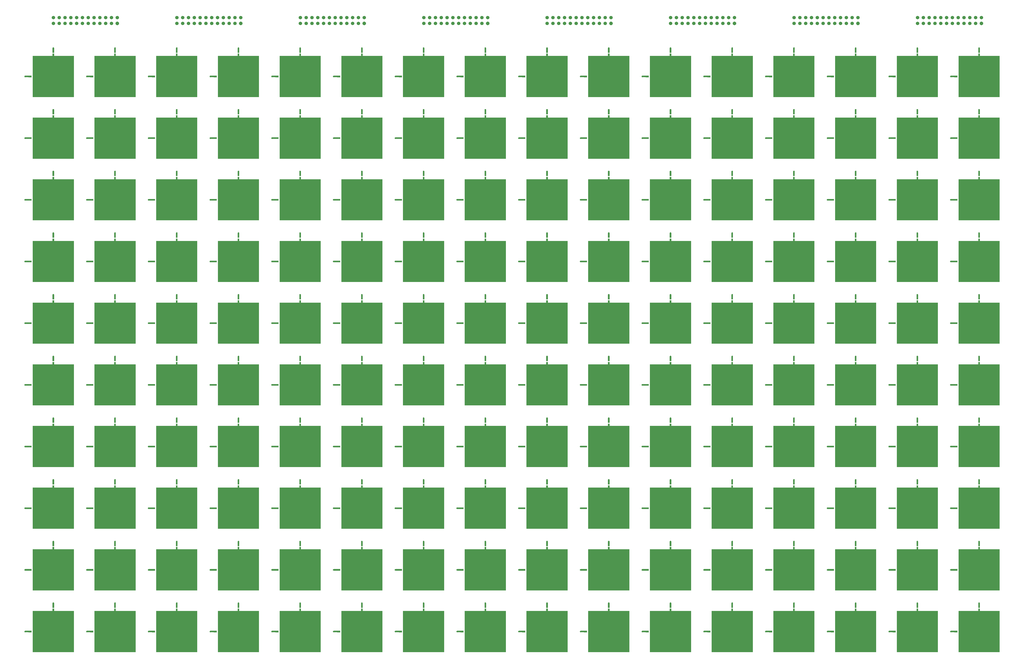
<source format=gtl>
G04 Layer_Physical_Order=1*
G04 Layer_Color=255*
%FSLAX25Y25*%
%MOIN*%
G70*
G01*
G75*
%ADD10R,0.02480X0.01417*%
%ADD11R,0.02126X0.03111*%
%ADD12C,0.05906*%
%ADD13P,0.06392X8X202.5*%
%ADD14C,0.01969*%
G36*
X5118Y373368D02*
X5118D01*
Y373425D01*
X15748D01*
Y370669D01*
X5118Y370727D01*
X4805Y370634D01*
X4163Y370747D01*
X3639Y371137D01*
X3347Y371721D01*
Y372047D01*
Y372374D01*
X3639Y372957D01*
X4163Y373347D01*
X4805Y373461D01*
X5118Y373368D01*
D02*
G37*
G36*
X1649016Y407480D02*
X1683071D01*
Y336614D01*
X1612205D01*
Y407480D01*
X1646260D01*
Y411417D01*
X1649016D01*
Y407480D01*
D02*
G37*
G36*
X1542717D02*
X1576772D01*
Y336614D01*
X1505906D01*
Y407480D01*
X1539961D01*
Y411417D01*
X1542717D01*
Y407480D01*
D02*
G37*
G36*
X111417Y373368D02*
X111417D01*
Y373425D01*
X122047D01*
Y370669D01*
X111417Y370727D01*
X111105Y370634D01*
X110462Y370747D01*
X109938Y371137D01*
X109646Y371721D01*
Y372047D01*
Y372374D01*
X109938Y372957D01*
X110462Y373347D01*
X111105Y373461D01*
X111417Y373368D01*
D02*
G37*
G36*
X430315D02*
X430315D01*
Y373425D01*
X440945D01*
Y370669D01*
X430315Y370727D01*
X430002Y370634D01*
X429359Y370747D01*
X428836Y371137D01*
X428543Y371721D01*
Y372047D01*
Y372374D01*
X428836Y372957D01*
X429359Y373347D01*
X430002Y373461D01*
X430315Y373368D01*
D02*
G37*
G36*
X324016D02*
X324016D01*
Y373425D01*
X334646D01*
Y370669D01*
X324016Y370727D01*
X323703Y370634D01*
X323060Y370747D01*
X322537Y371137D01*
X322244Y371721D01*
Y372047D01*
Y372374D01*
X322537Y372957D01*
X323060Y373347D01*
X323703Y373461D01*
X324016Y373368D01*
D02*
G37*
G36*
X217717D02*
X217717D01*
Y373425D01*
X228346D01*
Y370669D01*
X217717Y370727D01*
X217404Y370634D01*
X216761Y370747D01*
X216238Y371137D01*
X215945Y371721D01*
Y372047D01*
Y372374D01*
X216238Y372957D01*
X216761Y373347D01*
X217404Y373461D01*
X217717Y373368D01*
D02*
G37*
G36*
X1436417Y407480D02*
X1470472D01*
Y336614D01*
X1399606D01*
Y407480D01*
X1433661D01*
Y411417D01*
X1436417D01*
Y407480D01*
D02*
G37*
G36*
X904921D02*
X938976D01*
Y336614D01*
X868110D01*
Y407480D01*
X902165D01*
Y411417D01*
X904921D01*
Y407480D01*
D02*
G37*
G36*
X798622D02*
X832677D01*
Y336614D01*
X761811D01*
Y407480D01*
X795866D01*
Y411417D01*
X798622D01*
Y407480D01*
D02*
G37*
G36*
X692323D02*
X726378D01*
Y336614D01*
X655512D01*
Y407480D01*
X689567D01*
Y411417D01*
X692323D01*
Y407480D01*
D02*
G37*
G36*
X1011220D02*
X1045276D01*
Y336614D01*
X974409D01*
Y407480D01*
X1008465D01*
Y411417D01*
X1011220D01*
Y407480D01*
D02*
G37*
G36*
X1330118D02*
X1364173D01*
Y336614D01*
X1293307D01*
Y407480D01*
X1327362D01*
Y411417D01*
X1330118D01*
Y407480D01*
D02*
G37*
G36*
X1223819D02*
X1257874D01*
Y336614D01*
X1187008D01*
Y407480D01*
X1221063D01*
Y411417D01*
X1223819D01*
Y407480D01*
D02*
G37*
G36*
X1117520D02*
X1151575D01*
Y336614D01*
X1080709D01*
Y407480D01*
X1114764D01*
Y411417D01*
X1117520D01*
Y407480D01*
D02*
G37*
G36*
X1599606Y373368D02*
X1599606D01*
Y373425D01*
X1610236D01*
Y370669D01*
X1599606Y370727D01*
X1599294Y370634D01*
X1598651Y370747D01*
X1598127Y371137D01*
X1597835Y371721D01*
Y372047D01*
Y372374D01*
X1598127Y372957D01*
X1598651Y373347D01*
X1599294Y373461D01*
X1599606Y373368D01*
D02*
G37*
G36*
X1493307D02*
X1493307D01*
Y373425D01*
X1503937D01*
Y370669D01*
X1493307Y370727D01*
X1492994Y370634D01*
X1492352Y370747D01*
X1491828Y371137D01*
X1491535Y371721D01*
Y372047D01*
Y372374D01*
X1491828Y372957D01*
X1492352Y373347D01*
X1492994Y373461D01*
X1493307Y373368D01*
D02*
G37*
G36*
X1387008D02*
X1387008D01*
Y373425D01*
X1397638D01*
Y370669D01*
X1387008Y370727D01*
X1386695Y370634D01*
X1386052Y370747D01*
X1385529Y371137D01*
X1385236Y371721D01*
Y372047D01*
Y372374D01*
X1385529Y372957D01*
X1386052Y373347D01*
X1386695Y373461D01*
X1387008Y373368D01*
D02*
G37*
G36*
X53930Y422034D02*
X54318Y421647D01*
X54528Y421140D01*
Y420866D01*
Y412992D01*
X51772D01*
Y420866D01*
X51772Y421140D01*
X51981Y421647D01*
X52369Y422034D01*
X52876Y422244D01*
X53150Y422244D01*
X53424Y422244D01*
X53930Y422034D01*
D02*
G37*
G36*
X372828D02*
X373215Y421647D01*
X373425Y421140D01*
Y420866D01*
Y412992D01*
X370669D01*
Y420866D01*
X370669Y421140D01*
X370879Y421647D01*
X371267Y422034D01*
X371773Y422244D01*
X372047Y422244D01*
X372321Y422244D01*
X372828Y422034D01*
D02*
G37*
G36*
X266529D02*
X266916Y421647D01*
X267126Y421140D01*
Y420866D01*
Y412992D01*
X264370D01*
Y420866D01*
X264370Y421140D01*
X264580Y421647D01*
X264967Y422034D01*
X265474Y422244D01*
X265748Y422244D01*
X266022Y422244D01*
X266529Y422034D01*
D02*
G37*
G36*
X160229D02*
X160617Y421647D01*
X160827Y421140D01*
Y420866D01*
Y412992D01*
X158071D01*
Y420866D01*
X158071Y421140D01*
X158281Y421647D01*
X158668Y422034D01*
X159175Y422244D01*
X159449Y422244D01*
X159723Y422244D01*
X160229Y422034D01*
D02*
G37*
G36*
X1280709Y373368D02*
X1280709D01*
Y373425D01*
X1291339D01*
Y370669D01*
X1280709Y370727D01*
X1280396Y370634D01*
X1279753Y370747D01*
X1279230Y371137D01*
X1278937Y371721D01*
Y372047D01*
Y372374D01*
X1279230Y372957D01*
X1279753Y373347D01*
X1280396Y373461D01*
X1280709Y373368D01*
D02*
G37*
G36*
X749213D02*
X749213D01*
Y373425D01*
X759842D01*
Y370669D01*
X749213Y370727D01*
X748900Y370634D01*
X748257Y370747D01*
X747734Y371137D01*
X747441Y371721D01*
Y372047D01*
Y372374D01*
X747734Y372957D01*
X748257Y373347D01*
X748900Y373461D01*
X749213Y373368D01*
D02*
G37*
G36*
X642913D02*
X642913D01*
Y373425D01*
X653543D01*
Y370669D01*
X642913Y370727D01*
X642601Y370634D01*
X641958Y370747D01*
X641434Y371137D01*
X641142Y371721D01*
Y372047D01*
Y372374D01*
X641434Y372957D01*
X641958Y373347D01*
X642601Y373461D01*
X642913Y373368D01*
D02*
G37*
G36*
X536614D02*
X536614D01*
Y373425D01*
X547244D01*
Y370669D01*
X536614Y370727D01*
X536301Y370634D01*
X535659Y370747D01*
X535135Y371137D01*
X534842Y371721D01*
Y372047D01*
Y372374D01*
X535135Y372957D01*
X535659Y373347D01*
X536301Y373461D01*
X536614Y373368D01*
D02*
G37*
G36*
X855512D02*
X855512D01*
Y373425D01*
X866142D01*
Y370669D01*
X855512Y370727D01*
X855199Y370634D01*
X854556Y370747D01*
X854033Y371137D01*
X853740Y371721D01*
Y372047D01*
Y372374D01*
X854033Y372957D01*
X854556Y373347D01*
X855199Y373461D01*
X855512Y373368D01*
D02*
G37*
G36*
X1174409D02*
X1174409D01*
Y373425D01*
X1185039D01*
Y370669D01*
X1174409Y370727D01*
X1174097Y370634D01*
X1173454Y370747D01*
X1172931Y371137D01*
X1172638Y371721D01*
Y372047D01*
Y372374D01*
X1172931Y372957D01*
X1173454Y373347D01*
X1174097Y373461D01*
X1174409Y373368D01*
D02*
G37*
G36*
X1068110D02*
X1068110D01*
Y373425D01*
X1078740D01*
Y370669D01*
X1068110Y370727D01*
X1067797Y370634D01*
X1067155Y370747D01*
X1066631Y371137D01*
X1066339Y371721D01*
Y372047D01*
Y372374D01*
X1066631Y372957D01*
X1067155Y373347D01*
X1067797Y373461D01*
X1068110Y373368D01*
D02*
G37*
G36*
X961811D02*
X961811D01*
Y373425D01*
X972441D01*
Y370669D01*
X961811Y370727D01*
X961498Y370634D01*
X960855Y370747D01*
X960332Y371137D01*
X960039Y371721D01*
Y372047D01*
Y372374D01*
X960332Y372957D01*
X960855Y373347D01*
X961498Y373461D01*
X961811Y373368D01*
D02*
G37*
G36*
X266529Y315735D02*
X266916Y315348D01*
X267126Y314841D01*
Y314567D01*
Y306693D01*
X264370D01*
Y314567D01*
X264370Y314841D01*
X264580Y315348D01*
X264967Y315735D01*
X265474Y315945D01*
X265748Y315945D01*
X266022Y315945D01*
X266529Y315735D01*
D02*
G37*
G36*
X160229D02*
X160617Y315348D01*
X160827Y314841D01*
Y314567D01*
Y306693D01*
X158071D01*
Y314567D01*
X158071Y314841D01*
X158281Y315348D01*
X158668Y315735D01*
X159175Y315945D01*
X159449Y315945D01*
X159723Y315945D01*
X160229Y315735D01*
D02*
G37*
G36*
X53930D02*
X54318Y315348D01*
X54528Y314841D01*
Y314567D01*
Y306693D01*
X51772D01*
Y314567D01*
X51772Y314841D01*
X51981Y315348D01*
X52369Y315735D01*
X52876Y315945D01*
X53150Y315945D01*
X53424Y315945D01*
X53930Y315735D01*
D02*
G37*
G36*
X372828D02*
X373215Y315348D01*
X373425Y314841D01*
Y314567D01*
Y306693D01*
X370669D01*
Y314567D01*
X370669Y314841D01*
X370879Y315348D01*
X371267Y315735D01*
X371773Y315945D01*
X372047Y315945D01*
X372321Y315945D01*
X372828Y315735D01*
D02*
G37*
G36*
X691725D02*
X692113Y315348D01*
X692323Y314841D01*
Y314567D01*
Y306693D01*
X689567D01*
Y314567D01*
X689567Y314841D01*
X689777Y315348D01*
X690164Y315735D01*
X690671Y315945D01*
X690945Y315945D01*
X691219Y315945D01*
X691725Y315735D01*
D02*
G37*
G36*
X585426D02*
X585814Y315348D01*
X586024Y314841D01*
Y314567D01*
Y306693D01*
X583268D01*
Y314567D01*
X583268Y314841D01*
X583477Y315348D01*
X583865Y315735D01*
X584372Y315945D01*
X584646Y315945D01*
X584920Y315945D01*
X585426Y315735D01*
D02*
G37*
G36*
X479127D02*
X479515Y315348D01*
X479724Y314841D01*
Y314567D01*
Y306693D01*
X476968D01*
Y314567D01*
X476968Y314841D01*
X477178Y315348D01*
X477566Y315735D01*
X478072Y315945D01*
X478346Y315945D01*
X478621Y315945D01*
X479127Y315735D01*
D02*
G37*
G36*
X1599606Y267069D02*
X1599606D01*
Y267126D01*
X1610236D01*
Y264370D01*
X1599606Y264427D01*
X1599294Y264334D01*
X1598651Y264448D01*
X1598127Y264838D01*
X1597835Y265422D01*
Y265748D01*
Y266074D01*
X1598127Y266658D01*
X1598651Y267048D01*
X1599294Y267162D01*
X1599606Y267069D01*
D02*
G37*
G36*
X1068110D02*
X1068110D01*
Y267126D01*
X1078740D01*
Y264370D01*
X1068110Y264427D01*
X1067797Y264334D01*
X1067155Y264448D01*
X1066631Y264838D01*
X1066339Y265422D01*
Y265748D01*
Y266074D01*
X1066631Y266658D01*
X1067155Y267048D01*
X1067797Y267162D01*
X1068110Y267069D01*
D02*
G37*
G36*
X961811D02*
X961811D01*
Y267126D01*
X972441D01*
Y264370D01*
X961811Y264427D01*
X961498Y264334D01*
X960855Y264448D01*
X960332Y264838D01*
X960039Y265422D01*
Y265748D01*
Y266074D01*
X960332Y266658D01*
X960855Y267048D01*
X961498Y267162D01*
X961811Y267069D01*
D02*
G37*
G36*
X855512D02*
X855512D01*
Y267126D01*
X866142D01*
Y264370D01*
X855512Y264427D01*
X855199Y264334D01*
X854556Y264448D01*
X854033Y264838D01*
X853740Y265422D01*
Y265748D01*
Y266074D01*
X854033Y266658D01*
X854556Y267048D01*
X855199Y267162D01*
X855512Y267069D01*
D02*
G37*
G36*
X1174409D02*
X1174409D01*
Y267126D01*
X1185039D01*
Y264370D01*
X1174409Y264427D01*
X1174097Y264334D01*
X1173454Y264448D01*
X1172931Y264838D01*
X1172638Y265422D01*
Y265748D01*
Y266074D01*
X1172931Y266658D01*
X1173454Y267048D01*
X1174097Y267162D01*
X1174409Y267069D01*
D02*
G37*
G36*
X1493307D02*
X1493307D01*
Y267126D01*
X1503937D01*
Y264370D01*
X1493307Y264427D01*
X1492994Y264334D01*
X1492352Y264448D01*
X1491828Y264838D01*
X1491535Y265422D01*
Y265748D01*
Y266074D01*
X1491828Y266658D01*
X1492352Y267048D01*
X1492994Y267162D01*
X1493307Y267069D01*
D02*
G37*
G36*
X1387008D02*
X1387008D01*
Y267126D01*
X1397638D01*
Y264370D01*
X1387008Y264427D01*
X1386695Y264334D01*
X1386052Y264448D01*
X1385529Y264838D01*
X1385236Y265422D01*
Y265748D01*
Y266074D01*
X1385529Y266658D01*
X1386052Y267048D01*
X1386695Y267162D01*
X1387008Y267069D01*
D02*
G37*
G36*
X1280709D02*
X1280709D01*
Y267126D01*
X1291339D01*
Y264370D01*
X1280709Y264427D01*
X1280396Y264334D01*
X1279753Y264448D01*
X1279230Y264838D01*
X1278937Y265422D01*
Y265748D01*
Y266074D01*
X1279230Y266658D01*
X1279753Y267048D01*
X1280396Y267162D01*
X1280709Y267069D01*
D02*
G37*
G36*
X160827Y407480D02*
X194882D01*
Y336614D01*
X124016D01*
Y407480D01*
X158071D01*
Y411417D01*
X160827D01*
Y407480D01*
D02*
G37*
G36*
X54528D02*
X88583D01*
Y336614D01*
X17717D01*
Y407480D01*
X51772D01*
Y411417D01*
X54528D01*
Y407480D01*
D02*
G37*
G36*
X1648418Y315735D02*
X1648806Y315348D01*
X1649016Y314841D01*
Y314567D01*
Y306693D01*
X1646260D01*
Y314567D01*
X1646260Y314841D01*
X1646470Y315348D01*
X1646857Y315735D01*
X1647364Y315945D01*
X1647638Y315945D01*
X1647912Y315945D01*
X1648418Y315735D01*
D02*
G37*
G36*
X267126Y407480D02*
X301181D01*
Y336614D01*
X230315D01*
Y407480D01*
X264370D01*
Y411417D01*
X267126D01*
Y407480D01*
D02*
G37*
G36*
X586024D02*
X620079D01*
Y336614D01*
X549213D01*
Y407480D01*
X583268D01*
Y411417D01*
X586024D01*
Y407480D01*
D02*
G37*
G36*
X479724D02*
X513779D01*
Y336614D01*
X442913D01*
Y407480D01*
X476968D01*
Y411417D01*
X479724D01*
Y407480D01*
D02*
G37*
G36*
X373425D02*
X407480D01*
Y336614D01*
X336614D01*
Y407480D01*
X370669D01*
Y411417D01*
X373425D01*
Y407480D01*
D02*
G37*
G36*
X1542119Y315735D02*
X1542507Y315348D01*
X1542717Y314841D01*
Y314567D01*
Y306693D01*
X1539961D01*
Y314567D01*
X1539961Y314841D01*
X1540170Y315348D01*
X1540558Y315735D01*
X1541064Y315945D01*
X1541339Y315945D01*
X1541613Y315945D01*
X1542119Y315735D01*
D02*
G37*
G36*
X1010623D02*
X1011011Y315348D01*
X1011220Y314841D01*
Y314567D01*
Y306693D01*
X1008465D01*
Y314567D01*
X1008465Y314841D01*
X1008674Y315348D01*
X1009062Y315735D01*
X1009568Y315945D01*
X1009842Y315945D01*
X1010117Y315945D01*
X1010623Y315735D01*
D02*
G37*
G36*
X904324D02*
X904712Y315348D01*
X904921Y314841D01*
Y314567D01*
Y306693D01*
X902165D01*
Y314567D01*
X902165Y314841D01*
X902375Y315348D01*
X902763Y315735D01*
X903269Y315945D01*
X903543Y315945D01*
X903817Y315945D01*
X904324Y315735D01*
D02*
G37*
G36*
X798025D02*
X798412Y315348D01*
X798622Y314841D01*
Y314567D01*
Y306693D01*
X795866D01*
Y314567D01*
X795866Y314841D01*
X796076Y315348D01*
X796464Y315735D01*
X796970Y315945D01*
X797244Y315945D01*
X797518Y315945D01*
X798025Y315735D01*
D02*
G37*
G36*
X1116922D02*
X1117310Y315348D01*
X1117520Y314841D01*
Y314567D01*
Y306693D01*
X1114764D01*
Y314567D01*
X1114764Y314841D01*
X1114974Y315348D01*
X1115361Y315735D01*
X1115868Y315945D01*
X1116142Y315945D01*
X1116416Y315945D01*
X1116922Y315735D01*
D02*
G37*
G36*
X1435820D02*
X1436207Y315348D01*
X1436417Y314841D01*
Y314567D01*
Y306693D01*
X1433661D01*
Y314567D01*
X1433661Y314841D01*
X1433871Y315348D01*
X1434259Y315735D01*
X1434765Y315945D01*
X1435039Y315945D01*
X1435314Y315945D01*
X1435820Y315735D01*
D02*
G37*
G36*
X1329521D02*
X1329908Y315348D01*
X1330118Y314841D01*
Y314567D01*
Y306693D01*
X1327362D01*
Y314567D01*
X1327362Y314841D01*
X1327572Y315348D01*
X1327960Y315735D01*
X1328466Y315945D01*
X1328740Y315945D01*
X1329014Y315945D01*
X1329521Y315735D01*
D02*
G37*
G36*
X1223221D02*
X1223609Y315348D01*
X1223819Y314841D01*
Y314567D01*
Y306693D01*
X1221063D01*
Y314567D01*
X1221063Y314841D01*
X1221273Y315348D01*
X1221660Y315735D01*
X1222167Y315945D01*
X1222441Y315945D01*
X1222715Y315945D01*
X1223221Y315735D01*
D02*
G37*
G36*
X1280709Y479667D02*
X1280709D01*
Y479724D01*
X1291339D01*
Y476968D01*
X1280709Y477026D01*
X1280396Y476933D01*
X1279753Y477047D01*
X1279230Y477437D01*
X1278937Y478020D01*
Y478346D01*
Y478673D01*
X1279230Y479256D01*
X1279753Y479646D01*
X1280396Y479760D01*
X1280709Y479667D01*
D02*
G37*
G36*
X1174409D02*
X1174409D01*
Y479724D01*
X1185039D01*
Y476968D01*
X1174409Y477026D01*
X1174097Y476933D01*
X1173454Y477047D01*
X1172931Y477437D01*
X1172638Y478020D01*
Y478346D01*
Y478673D01*
X1172931Y479256D01*
X1173454Y479646D01*
X1174097Y479760D01*
X1174409Y479667D01*
D02*
G37*
G36*
X1068110D02*
X1068110D01*
Y479724D01*
X1078740D01*
Y476968D01*
X1068110Y477026D01*
X1067797Y476933D01*
X1067155Y477047D01*
X1066631Y477437D01*
X1066339Y478020D01*
Y478346D01*
Y478673D01*
X1066631Y479256D01*
X1067155Y479646D01*
X1067797Y479760D01*
X1068110Y479667D01*
D02*
G37*
G36*
X1387008D02*
X1387008D01*
Y479724D01*
X1397638D01*
Y476968D01*
X1387008Y477026D01*
X1386695Y476933D01*
X1386052Y477047D01*
X1385529Y477437D01*
X1385236Y478020D01*
Y478346D01*
Y478673D01*
X1385529Y479256D01*
X1386052Y479646D01*
X1386695Y479760D01*
X1387008Y479667D01*
D02*
G37*
G36*
X53930Y528334D02*
X54318Y527946D01*
X54528Y527439D01*
Y527165D01*
Y519291D01*
X51772D01*
Y527165D01*
X51772Y527439D01*
X51981Y527946D01*
X52369Y528334D01*
X52876Y528543D01*
X53150Y528543D01*
X53424Y528543D01*
X53930Y528334D01*
D02*
G37*
G36*
X1599606Y479667D02*
X1599606D01*
Y479724D01*
X1610236D01*
Y476968D01*
X1599606Y477026D01*
X1599294Y476933D01*
X1598651Y477047D01*
X1598127Y477437D01*
X1597835Y478020D01*
Y478346D01*
Y478673D01*
X1598127Y479256D01*
X1598651Y479646D01*
X1599294Y479760D01*
X1599606Y479667D01*
D02*
G37*
G36*
X1493307D02*
X1493307D01*
Y479724D01*
X1503937D01*
Y476968D01*
X1493307Y477026D01*
X1492994Y476933D01*
X1492352Y477047D01*
X1491828Y477437D01*
X1491535Y478020D01*
Y478346D01*
Y478673D01*
X1491828Y479256D01*
X1492352Y479646D01*
X1492994Y479760D01*
X1493307Y479667D01*
D02*
G37*
G36*
X961811D02*
X961811D01*
Y479724D01*
X972441D01*
Y476968D01*
X961811Y477026D01*
X961498Y476933D01*
X960855Y477047D01*
X960332Y477437D01*
X960039Y478020D01*
Y478346D01*
Y478673D01*
X960332Y479256D01*
X960855Y479646D01*
X961498Y479760D01*
X961811Y479667D01*
D02*
G37*
G36*
X430315D02*
X430315D01*
Y479724D01*
X440945D01*
Y476968D01*
X430315Y477026D01*
X430002Y476933D01*
X429359Y477047D01*
X428836Y477437D01*
X428543Y478020D01*
Y478346D01*
Y478673D01*
X428836Y479256D01*
X429359Y479646D01*
X430002Y479760D01*
X430315Y479667D01*
D02*
G37*
G36*
X324016D02*
X324016D01*
Y479724D01*
X334646D01*
Y476968D01*
X324016Y477026D01*
X323703Y476933D01*
X323060Y477047D01*
X322537Y477437D01*
X322244Y478020D01*
Y478346D01*
Y478673D01*
X322537Y479256D01*
X323060Y479646D01*
X323703Y479760D01*
X324016Y479667D01*
D02*
G37*
G36*
X217717D02*
X217717D01*
Y479724D01*
X228346D01*
Y476968D01*
X217717Y477026D01*
X217404Y476933D01*
X216761Y477047D01*
X216238Y477437D01*
X215945Y478020D01*
Y478346D01*
Y478673D01*
X216238Y479256D01*
X216761Y479646D01*
X217404Y479760D01*
X217717Y479667D01*
D02*
G37*
G36*
X536614D02*
X536614D01*
Y479724D01*
X547244D01*
Y476968D01*
X536614Y477026D01*
X536301Y476933D01*
X535659Y477047D01*
X535135Y477437D01*
X534842Y478020D01*
Y478346D01*
Y478673D01*
X535135Y479256D01*
X535659Y479646D01*
X536301Y479760D01*
X536614Y479667D01*
D02*
G37*
G36*
X855512D02*
X855512D01*
Y479724D01*
X866142D01*
Y476968D01*
X855512Y477026D01*
X855199Y476933D01*
X854556Y477047D01*
X854033Y477437D01*
X853740Y478020D01*
Y478346D01*
Y478673D01*
X854033Y479256D01*
X854556Y479646D01*
X855199Y479760D01*
X855512Y479667D01*
D02*
G37*
G36*
X749213D02*
X749213D01*
Y479724D01*
X759842D01*
Y476968D01*
X749213Y477026D01*
X748900Y476933D01*
X748257Y477047D01*
X747734Y477437D01*
X747441Y478020D01*
Y478346D01*
Y478673D01*
X747734Y479256D01*
X748257Y479646D01*
X748900Y479760D01*
X749213Y479667D01*
D02*
G37*
G36*
X642913D02*
X642913D01*
Y479724D01*
X653543D01*
Y476968D01*
X642913Y477026D01*
X642601Y476933D01*
X641958Y477047D01*
X641434Y477437D01*
X641142Y478020D01*
Y478346D01*
Y478673D01*
X641434Y479256D01*
X641958Y479646D01*
X642601Y479760D01*
X642913Y479667D01*
D02*
G37*
G36*
X1223221Y528334D02*
X1223609Y527946D01*
X1223819Y527439D01*
Y527165D01*
Y519291D01*
X1221063D01*
Y527165D01*
X1221063Y527439D01*
X1221273Y527946D01*
X1221660Y528334D01*
X1222167Y528543D01*
X1222441Y528543D01*
X1222715Y528543D01*
X1223221Y528334D01*
D02*
G37*
G36*
X1116922D02*
X1117310Y527946D01*
X1117520Y527439D01*
Y527165D01*
Y519291D01*
X1114764D01*
Y527165D01*
X1114764Y527439D01*
X1114974Y527946D01*
X1115361Y528334D01*
X1115868Y528543D01*
X1116142Y528543D01*
X1116416Y528543D01*
X1116922Y528334D01*
D02*
G37*
G36*
X1010623D02*
X1011011Y527946D01*
X1011220Y527439D01*
Y527165D01*
Y519291D01*
X1008465D01*
Y527165D01*
X1008465Y527439D01*
X1008674Y527946D01*
X1009062Y528334D01*
X1009568Y528543D01*
X1009842Y528543D01*
X1010117Y528543D01*
X1010623Y528334D01*
D02*
G37*
G36*
X1329521D02*
X1329908Y527946D01*
X1330118Y527439D01*
Y527165D01*
Y519291D01*
X1327362D01*
Y527165D01*
X1327362Y527439D01*
X1327572Y527946D01*
X1327960Y528334D01*
X1328466Y528543D01*
X1328740Y528543D01*
X1329014Y528543D01*
X1329521Y528334D01*
D02*
G37*
G36*
X1648418D02*
X1648806Y527946D01*
X1649016Y527439D01*
Y527165D01*
Y519291D01*
X1646260D01*
Y527165D01*
X1646260Y527439D01*
X1646470Y527946D01*
X1646857Y528334D01*
X1647364Y528543D01*
X1647638Y528543D01*
X1647912Y528543D01*
X1648418Y528334D01*
D02*
G37*
G36*
X1542119D02*
X1542507Y527946D01*
X1542717Y527439D01*
Y527165D01*
Y519291D01*
X1539961D01*
Y527165D01*
X1539961Y527439D01*
X1540170Y527946D01*
X1540558Y528334D01*
X1541064Y528543D01*
X1541339Y528543D01*
X1541613Y528543D01*
X1542119Y528334D01*
D02*
G37*
G36*
X1435820D02*
X1436207Y527946D01*
X1436417Y527439D01*
Y527165D01*
Y519291D01*
X1433661D01*
Y527165D01*
X1433661Y527439D01*
X1433871Y527946D01*
X1434259Y528334D01*
X1434765Y528543D01*
X1435039Y528543D01*
X1435314Y528543D01*
X1435820Y528334D01*
D02*
G37*
G36*
X904324D02*
X904712Y527946D01*
X904921Y527439D01*
Y527165D01*
Y519291D01*
X902165D01*
Y527165D01*
X902165Y527439D01*
X902375Y527946D01*
X902763Y528334D01*
X903269Y528543D01*
X903543Y528543D01*
X903817Y528543D01*
X904324Y528334D01*
D02*
G37*
G36*
X372828D02*
X373215Y527946D01*
X373425Y527439D01*
Y527165D01*
Y519291D01*
X370669D01*
Y527165D01*
X370669Y527439D01*
X370879Y527946D01*
X371267Y528334D01*
X371773Y528543D01*
X372047Y528543D01*
X372321Y528543D01*
X372828Y528334D01*
D02*
G37*
G36*
X266529D02*
X266916Y527946D01*
X267126Y527439D01*
Y527165D01*
Y519291D01*
X264370D01*
Y527165D01*
X264370Y527439D01*
X264580Y527946D01*
X264967Y528334D01*
X265474Y528543D01*
X265748Y528543D01*
X266022Y528543D01*
X266529Y528334D01*
D02*
G37*
G36*
X160229D02*
X160617Y527946D01*
X160827Y527439D01*
Y527165D01*
Y519291D01*
X158071D01*
Y527165D01*
X158071Y527439D01*
X158281Y527946D01*
X158668Y528334D01*
X159175Y528543D01*
X159449Y528543D01*
X159723Y528543D01*
X160229Y528334D01*
D02*
G37*
G36*
X479127D02*
X479515Y527946D01*
X479724Y527439D01*
Y527165D01*
Y519291D01*
X476968D01*
Y527165D01*
X476968Y527439D01*
X477178Y527946D01*
X477566Y528334D01*
X478072Y528543D01*
X478346Y528543D01*
X478621Y528543D01*
X479127Y528334D01*
D02*
G37*
G36*
X798025D02*
X798412Y527946D01*
X798622Y527439D01*
Y527165D01*
Y519291D01*
X795866D01*
Y527165D01*
X795866Y527439D01*
X796076Y527946D01*
X796464Y528334D01*
X796970Y528543D01*
X797244Y528543D01*
X797518Y528543D01*
X798025Y528334D01*
D02*
G37*
G36*
X691725D02*
X692113Y527946D01*
X692323Y527439D01*
Y527165D01*
Y519291D01*
X689567D01*
Y527165D01*
X689567Y527439D01*
X689777Y527946D01*
X690164Y528334D01*
X690671Y528543D01*
X690945Y528543D01*
X691219Y528543D01*
X691725Y528334D01*
D02*
G37*
G36*
X585426D02*
X585814Y527946D01*
X586024Y527439D01*
Y527165D01*
Y519291D01*
X583268D01*
Y527165D01*
X583268Y527439D01*
X583477Y527946D01*
X583865Y528334D01*
X584372Y528543D01*
X584646Y528543D01*
X584920Y528543D01*
X585426Y528334D01*
D02*
G37*
G36*
X1542119Y422034D02*
X1542507Y421647D01*
X1542717Y421140D01*
Y420866D01*
Y412992D01*
X1539961D01*
Y420866D01*
X1539961Y421140D01*
X1540170Y421647D01*
X1540558Y422034D01*
X1541064Y422244D01*
X1541339Y422244D01*
X1541613Y422244D01*
X1542119Y422034D01*
D02*
G37*
G36*
X1435820D02*
X1436207Y421647D01*
X1436417Y421140D01*
Y420866D01*
Y412992D01*
X1433661D01*
Y420866D01*
X1433661Y421140D01*
X1433871Y421647D01*
X1434259Y422034D01*
X1434765Y422244D01*
X1435039Y422244D01*
X1435314Y422244D01*
X1435820Y422034D01*
D02*
G37*
G36*
X1329521D02*
X1329908Y421647D01*
X1330118Y421140D01*
Y420866D01*
Y412992D01*
X1327362D01*
Y420866D01*
X1327362Y421140D01*
X1327572Y421647D01*
X1327960Y422034D01*
X1328466Y422244D01*
X1328740Y422244D01*
X1329014Y422244D01*
X1329521Y422034D01*
D02*
G37*
G36*
X1648418D02*
X1648806Y421647D01*
X1649016Y421140D01*
Y420866D01*
Y412992D01*
X1646260D01*
Y420866D01*
X1646260Y421140D01*
X1646470Y421647D01*
X1646857Y422034D01*
X1647364Y422244D01*
X1647638Y422244D01*
X1647912Y422244D01*
X1648418Y422034D01*
D02*
G37*
G36*
X267126Y513779D02*
X301181D01*
Y442913D01*
X230315D01*
Y513779D01*
X264370D01*
Y517717D01*
X267126D01*
Y513779D01*
D02*
G37*
G36*
X160827D02*
X194882D01*
Y442913D01*
X124016D01*
Y513779D01*
X158071D01*
Y517717D01*
X160827D01*
Y513779D01*
D02*
G37*
G36*
X54528D02*
X88583D01*
Y442913D01*
X17717D01*
Y513779D01*
X51772D01*
Y517717D01*
X54528D01*
Y513779D01*
D02*
G37*
G36*
X1223221Y422034D02*
X1223609Y421647D01*
X1223819Y421140D01*
Y420866D01*
Y412992D01*
X1221063D01*
Y420866D01*
X1221063Y421140D01*
X1221273Y421647D01*
X1221660Y422034D01*
X1222167Y422244D01*
X1222441Y422244D01*
X1222715Y422244D01*
X1223221Y422034D01*
D02*
G37*
G36*
X691725D02*
X692113Y421647D01*
X692323Y421140D01*
Y420866D01*
Y412992D01*
X689567D01*
Y420866D01*
X689567Y421140D01*
X689777Y421647D01*
X690164Y422034D01*
X690671Y422244D01*
X690945Y422244D01*
X691219Y422244D01*
X691725Y422034D01*
D02*
G37*
G36*
X585426D02*
X585814Y421647D01*
X586024Y421140D01*
Y420866D01*
Y412992D01*
X583268D01*
Y420866D01*
X583268Y421140D01*
X583477Y421647D01*
X583865Y422034D01*
X584372Y422244D01*
X584646Y422244D01*
X584920Y422244D01*
X585426Y422034D01*
D02*
G37*
G36*
X479127D02*
X479515Y421647D01*
X479724Y421140D01*
Y420866D01*
Y412992D01*
X476968D01*
Y420866D01*
X476968Y421140D01*
X477178Y421647D01*
X477566Y422034D01*
X478072Y422244D01*
X478346Y422244D01*
X478621Y422244D01*
X479127Y422034D01*
D02*
G37*
G36*
X798025D02*
X798412Y421647D01*
X798622Y421140D01*
Y420866D01*
Y412992D01*
X795866D01*
Y420866D01*
X795866Y421140D01*
X796076Y421647D01*
X796464Y422034D01*
X796970Y422244D01*
X797244Y422244D01*
X797518Y422244D01*
X798025Y422034D01*
D02*
G37*
G36*
X1116922D02*
X1117310Y421647D01*
X1117520Y421140D01*
Y420866D01*
Y412992D01*
X1114764D01*
Y420866D01*
X1114764Y421140D01*
X1114974Y421647D01*
X1115361Y422034D01*
X1115868Y422244D01*
X1116142Y422244D01*
X1116416Y422244D01*
X1116922Y422034D01*
D02*
G37*
G36*
X1010623D02*
X1011011Y421647D01*
X1011220Y421140D01*
Y420866D01*
Y412992D01*
X1008465D01*
Y420866D01*
X1008465Y421140D01*
X1008674Y421647D01*
X1009062Y422034D01*
X1009568Y422244D01*
X1009842Y422244D01*
X1010117Y422244D01*
X1010623Y422034D01*
D02*
G37*
G36*
X904324D02*
X904712Y421647D01*
X904921Y421140D01*
Y420866D01*
Y412992D01*
X902165D01*
Y420866D01*
X902165Y421140D01*
X902375Y421647D01*
X902763Y422034D01*
X903269Y422244D01*
X903543Y422244D01*
X903817Y422244D01*
X904324Y422034D01*
D02*
G37*
G36*
X1436417Y513779D02*
X1470472D01*
Y442913D01*
X1399606D01*
Y513779D01*
X1433661D01*
Y517717D01*
X1436417D01*
Y513779D01*
D02*
G37*
G36*
X1330118D02*
X1364173D01*
Y442913D01*
X1293307D01*
Y513779D01*
X1327362D01*
Y517717D01*
X1330118D01*
Y513779D01*
D02*
G37*
G36*
X1223819D02*
X1257874D01*
Y442913D01*
X1187008D01*
Y513779D01*
X1221063D01*
Y517717D01*
X1223819D01*
Y513779D01*
D02*
G37*
G36*
X1542717D02*
X1576772D01*
Y442913D01*
X1505906D01*
Y513779D01*
X1539961D01*
Y517717D01*
X1542717D01*
Y513779D01*
D02*
G37*
G36*
X111417Y479667D02*
X111417D01*
Y479724D01*
X122047D01*
Y476968D01*
X111417Y477026D01*
X111105Y476933D01*
X110462Y477047D01*
X109938Y477437D01*
X109646Y478020D01*
Y478346D01*
Y478673D01*
X109938Y479256D01*
X110462Y479646D01*
X111105Y479760D01*
X111417Y479667D01*
D02*
G37*
G36*
X5118D02*
X5118D01*
Y479724D01*
X15748D01*
Y476968D01*
X5118Y477026D01*
X4805Y476933D01*
X4163Y477047D01*
X3639Y477437D01*
X3347Y478020D01*
Y478346D01*
Y478673D01*
X3639Y479256D01*
X4163Y479646D01*
X4805Y479760D01*
X5118Y479667D01*
D02*
G37*
G36*
X1649016Y513779D02*
X1683071D01*
Y442913D01*
X1612205D01*
Y513779D01*
X1646260D01*
Y517717D01*
X1649016D01*
Y513779D01*
D02*
G37*
G36*
X1117520D02*
X1151575D01*
Y442913D01*
X1080709D01*
Y513779D01*
X1114764D01*
Y517717D01*
X1117520D01*
Y513779D01*
D02*
G37*
G36*
X586024D02*
X620079D01*
Y442913D01*
X549213D01*
Y513779D01*
X583268D01*
Y517717D01*
X586024D01*
Y513779D01*
D02*
G37*
G36*
X479724D02*
X513779D01*
Y442913D01*
X442913D01*
Y513779D01*
X476968D01*
Y517717D01*
X479724D01*
Y513779D01*
D02*
G37*
G36*
X373425D02*
X407480D01*
Y442913D01*
X336614D01*
Y513779D01*
X370669D01*
Y517717D01*
X373425D01*
Y513779D01*
D02*
G37*
G36*
X692323D02*
X726378D01*
Y442913D01*
X655512D01*
Y513779D01*
X689567D01*
Y517717D01*
X692323D01*
Y513779D01*
D02*
G37*
G36*
X1011220D02*
X1045276D01*
Y442913D01*
X974409D01*
Y513779D01*
X1008465D01*
Y517717D01*
X1011220D01*
Y513779D01*
D02*
G37*
G36*
X904921D02*
X938976D01*
Y442913D01*
X868110D01*
Y513779D01*
X902165D01*
Y517717D01*
X904921D01*
Y513779D01*
D02*
G37*
G36*
X798622D02*
X832677D01*
Y442913D01*
X761811D01*
Y513779D01*
X795866D01*
Y517717D01*
X798622D01*
Y513779D01*
D02*
G37*
G36*
X904324Y103137D02*
X904712Y102749D01*
X904921Y102243D01*
Y101969D01*
Y94095D01*
X902165D01*
Y101969D01*
X902165Y102243D01*
X902375Y102749D01*
X902763Y103137D01*
X903269Y103347D01*
X903543Y103346D01*
X903817Y103347D01*
X904324Y103137D01*
D02*
G37*
G36*
X798025D02*
X798412Y102749D01*
X798622Y102243D01*
Y101969D01*
Y94095D01*
X795866D01*
Y101969D01*
X795866Y102243D01*
X796076Y102749D01*
X796464Y103137D01*
X796970Y103347D01*
X797244Y103346D01*
X797518Y103347D01*
X798025Y103137D01*
D02*
G37*
G36*
X691725D02*
X692113Y102749D01*
X692323Y102243D01*
Y101969D01*
Y94095D01*
X689567D01*
Y101969D01*
X689567Y102243D01*
X689777Y102749D01*
X690164Y103137D01*
X690671Y103347D01*
X690945Y103346D01*
X691219Y103347D01*
X691725Y103137D01*
D02*
G37*
G36*
X1010623D02*
X1011011Y102749D01*
X1011220Y102243D01*
Y101969D01*
Y94095D01*
X1008465D01*
Y101969D01*
X1008465Y102243D01*
X1008674Y102749D01*
X1009062Y103137D01*
X1009568Y103347D01*
X1009842Y103346D01*
X1010117Y103347D01*
X1010623Y103137D01*
D02*
G37*
G36*
X1329521D02*
X1329908Y102749D01*
X1330118Y102243D01*
Y101969D01*
Y94095D01*
X1327362D01*
Y101969D01*
X1327362Y102243D01*
X1327572Y102749D01*
X1327960Y103137D01*
X1328466Y103347D01*
X1328740Y103346D01*
X1329014Y103347D01*
X1329521Y103137D01*
D02*
G37*
G36*
X1223221D02*
X1223609Y102749D01*
X1223819Y102243D01*
Y101969D01*
Y94095D01*
X1221063D01*
Y101969D01*
X1221063Y102243D01*
X1221273Y102749D01*
X1221660Y103137D01*
X1222167Y103347D01*
X1222441Y103346D01*
X1222715Y103347D01*
X1223221Y103137D01*
D02*
G37*
G36*
X1116922D02*
X1117310Y102749D01*
X1117520Y102243D01*
Y101969D01*
Y94095D01*
X1114764D01*
Y101969D01*
X1114764Y102243D01*
X1114974Y102749D01*
X1115361Y103137D01*
X1115868Y103347D01*
X1116142Y103346D01*
X1116416Y103347D01*
X1116922Y103137D01*
D02*
G37*
G36*
X585426D02*
X585814Y102749D01*
X586024Y102243D01*
Y101969D01*
Y94095D01*
X583268D01*
Y101969D01*
X583268Y102243D01*
X583477Y102749D01*
X583865Y103137D01*
X584372Y103347D01*
X584646Y103346D01*
X584920Y103347D01*
X585426Y103137D01*
D02*
G37*
G36*
X53930D02*
X54318Y102749D01*
X54528Y102243D01*
Y101969D01*
Y94095D01*
X51772D01*
Y101969D01*
X51772Y102243D01*
X51981Y102749D01*
X52369Y103137D01*
X52876Y103347D01*
X53150Y103346D01*
X53424Y103347D01*
X53930Y103137D01*
D02*
G37*
G36*
X1599606Y54470D02*
X1599606D01*
Y54528D01*
X1610236D01*
Y51772D01*
X1599606Y51829D01*
X1599294Y51736D01*
X1598651Y51850D01*
X1598127Y52240D01*
X1597835Y52823D01*
Y53150D01*
Y53476D01*
X1598127Y54059D01*
X1598651Y54449D01*
X1599294Y54563D01*
X1599606Y54470D01*
D02*
G37*
G36*
X1493307D02*
X1493307D01*
Y54528D01*
X1503937D01*
Y51772D01*
X1493307Y51829D01*
X1492994Y51736D01*
X1492352Y51850D01*
X1491828Y52240D01*
X1491535Y52823D01*
Y53150D01*
Y53476D01*
X1491828Y54059D01*
X1492352Y54449D01*
X1492994Y54563D01*
X1493307Y54470D01*
D02*
G37*
G36*
X160229Y103137D02*
X160617Y102749D01*
X160827Y102243D01*
Y101969D01*
Y94095D01*
X158071D01*
Y101969D01*
X158071Y102243D01*
X158281Y102749D01*
X158668Y103137D01*
X159175Y103347D01*
X159449Y103346D01*
X159723Y103347D01*
X160229Y103137D01*
D02*
G37*
G36*
X479127D02*
X479515Y102749D01*
X479724Y102243D01*
Y101969D01*
Y94095D01*
X476968D01*
Y101969D01*
X476968Y102243D01*
X477178Y102749D01*
X477566Y103137D01*
X478072Y103347D01*
X478346Y103346D01*
X478621Y103347D01*
X479127Y103137D01*
D02*
G37*
G36*
X372828D02*
X373215Y102749D01*
X373425Y102243D01*
Y101969D01*
Y94095D01*
X370669D01*
Y101969D01*
X370669Y102243D01*
X370879Y102749D01*
X371267Y103137D01*
X371773Y103347D01*
X372047Y103346D01*
X372321Y103347D01*
X372828Y103137D01*
D02*
G37*
G36*
X266529D02*
X266916Y102749D01*
X267126Y102243D01*
Y101969D01*
Y94095D01*
X264370D01*
Y101969D01*
X264370Y102243D01*
X264580Y102749D01*
X264967Y103137D01*
X265474Y103347D01*
X265748Y103346D01*
X266022Y103347D01*
X266529Y103137D01*
D02*
G37*
G36*
X798622Y194882D02*
X832677D01*
Y124016D01*
X761811D01*
Y194882D01*
X795866D01*
Y198819D01*
X798622D01*
Y194882D01*
D02*
G37*
G36*
X692323D02*
X726378D01*
Y124016D01*
X655512D01*
Y194882D01*
X689567D01*
Y198819D01*
X692323D01*
Y194882D01*
D02*
G37*
G36*
X586024D02*
X620079D01*
Y124016D01*
X549213D01*
Y194882D01*
X583268D01*
Y198819D01*
X586024D01*
Y194882D01*
D02*
G37*
G36*
X904921D02*
X938976D01*
Y124016D01*
X868110D01*
Y194882D01*
X902165D01*
Y198819D01*
X904921D01*
Y194882D01*
D02*
G37*
G36*
X1223819D02*
X1257874D01*
Y124016D01*
X1187008D01*
Y194882D01*
X1221063D01*
Y198819D01*
X1223819D01*
Y194882D01*
D02*
G37*
G36*
X1117520D02*
X1151575D01*
Y124016D01*
X1080709D01*
Y194882D01*
X1114764D01*
Y198819D01*
X1117520D01*
Y194882D01*
D02*
G37*
G36*
X1011220D02*
X1045276D01*
Y124016D01*
X974409D01*
Y194882D01*
X1008465D01*
Y198819D01*
X1011220D01*
Y194882D01*
D02*
G37*
G36*
X479724D02*
X513779D01*
Y124016D01*
X442913D01*
Y194882D01*
X476968D01*
Y198819D01*
X479724D01*
Y194882D01*
D02*
G37*
G36*
X1648418Y103137D02*
X1648806Y102749D01*
X1649016Y102243D01*
Y101969D01*
Y94095D01*
X1646260D01*
Y101969D01*
X1646260Y102243D01*
X1646470Y102749D01*
X1646857Y103137D01*
X1647364Y103347D01*
X1647638Y103346D01*
X1647912Y103347D01*
X1648418Y103137D01*
D02*
G37*
G36*
X1542119D02*
X1542507Y102749D01*
X1542717Y102243D01*
Y101969D01*
Y94095D01*
X1539961D01*
Y101969D01*
X1539961Y102243D01*
X1540170Y102749D01*
X1540558Y103137D01*
X1541064Y103347D01*
X1541339Y103346D01*
X1541613Y103347D01*
X1542119Y103137D01*
D02*
G37*
G36*
X1435820D02*
X1436207Y102749D01*
X1436417Y102243D01*
Y101969D01*
Y94095D01*
X1433661D01*
Y101969D01*
X1433661Y102243D01*
X1433871Y102749D01*
X1434259Y103137D01*
X1434765Y103347D01*
X1435039Y103346D01*
X1435314Y103347D01*
X1435820Y103137D01*
D02*
G37*
G36*
X54528Y194882D02*
X88583D01*
Y124016D01*
X17717D01*
Y194882D01*
X51772D01*
Y198819D01*
X54528D01*
Y194882D01*
D02*
G37*
G36*
X373425D02*
X407480D01*
Y124016D01*
X336614D01*
Y194882D01*
X370669D01*
Y198819D01*
X373425D01*
Y194882D01*
D02*
G37*
G36*
X267126D02*
X301181D01*
Y124016D01*
X230315D01*
Y194882D01*
X264370D01*
Y198819D01*
X267126D01*
Y194882D01*
D02*
G37*
G36*
X160827D02*
X194882D01*
Y124016D01*
X124016D01*
Y194882D01*
X158071D01*
Y198819D01*
X160827D01*
Y194882D01*
D02*
G37*
G36*
X1117520Y88583D02*
X1151575D01*
Y17717D01*
X1080709D01*
Y88583D01*
X1114764D01*
Y92520D01*
X1117520D01*
Y88583D01*
D02*
G37*
G36*
X1011220D02*
X1045276D01*
Y17717D01*
X974409D01*
Y88583D01*
X1008465D01*
Y92520D01*
X1011220D01*
Y88583D01*
D02*
G37*
G36*
X904921D02*
X938976D01*
Y17717D01*
X868110D01*
Y88583D01*
X902165D01*
Y92520D01*
X904921D01*
Y88583D01*
D02*
G37*
G36*
X1223819D02*
X1257874D01*
Y17717D01*
X1187008D01*
Y88583D01*
X1221063D01*
Y92520D01*
X1223819D01*
Y88583D01*
D02*
G37*
G36*
X1542717D02*
X1576772D01*
Y17717D01*
X1505906D01*
Y88583D01*
X1539961D01*
Y92520D01*
X1542717D01*
Y88583D01*
D02*
G37*
G36*
X1436417D02*
X1470472D01*
Y17717D01*
X1399606D01*
Y88583D01*
X1433661D01*
Y92520D01*
X1436417D01*
Y88583D01*
D02*
G37*
G36*
X1330118D02*
X1364173D01*
Y17717D01*
X1293307D01*
Y88583D01*
X1327362D01*
Y92520D01*
X1330118D01*
Y88583D01*
D02*
G37*
G36*
X798622D02*
X832677D01*
Y17717D01*
X761811D01*
Y88583D01*
X795866D01*
Y92520D01*
X798622D01*
Y88583D01*
D02*
G37*
G36*
X267126D02*
X301181D01*
Y17717D01*
X230315D01*
Y88583D01*
X264370D01*
Y92520D01*
X267126D01*
Y88583D01*
D02*
G37*
G36*
X160827D02*
X194882D01*
Y17717D01*
X124016D01*
Y88583D01*
X158071D01*
Y92520D01*
X160827D01*
Y88583D01*
D02*
G37*
G36*
X54528D02*
X88583D01*
Y17717D01*
X17717D01*
Y88583D01*
X51772D01*
Y92520D01*
X54528D01*
Y88583D01*
D02*
G37*
G36*
X373425D02*
X407480D01*
Y17717D01*
X336614D01*
Y88583D01*
X370669D01*
Y92520D01*
X373425D01*
Y88583D01*
D02*
G37*
G36*
X692323D02*
X726378D01*
Y17717D01*
X655512D01*
Y88583D01*
X689567D01*
Y92520D01*
X692323D01*
Y88583D01*
D02*
G37*
G36*
X586024D02*
X620079D01*
Y17717D01*
X549213D01*
Y88583D01*
X583268D01*
Y92520D01*
X586024D01*
Y88583D01*
D02*
G37*
G36*
X479724D02*
X513779D01*
Y17717D01*
X442913D01*
Y88583D01*
X476968D01*
Y92520D01*
X479724D01*
Y88583D01*
D02*
G37*
G36*
X961811Y54470D02*
X961811D01*
Y54528D01*
X972441D01*
Y51772D01*
X961811Y51829D01*
X961498Y51736D01*
X960855Y51850D01*
X960332Y52240D01*
X960039Y52823D01*
Y53150D01*
Y53476D01*
X960332Y54059D01*
X960855Y54449D01*
X961498Y54563D01*
X961811Y54470D01*
D02*
G37*
G36*
X855512D02*
X855512D01*
Y54528D01*
X866142D01*
Y51772D01*
X855512Y51829D01*
X855199Y51736D01*
X854556Y51850D01*
X854033Y52240D01*
X853740Y52823D01*
Y53150D01*
Y53476D01*
X854033Y54059D01*
X854556Y54449D01*
X855199Y54563D01*
X855512Y54470D01*
D02*
G37*
G36*
X749213D02*
X749213D01*
Y54528D01*
X759842D01*
Y51772D01*
X749213Y51829D01*
X748900Y51736D01*
X748257Y51850D01*
X747734Y52240D01*
X747441Y52823D01*
Y53150D01*
Y53476D01*
X747734Y54059D01*
X748257Y54449D01*
X748900Y54563D01*
X749213Y54470D01*
D02*
G37*
G36*
X1068110D02*
X1068110D01*
Y54528D01*
X1078740D01*
Y51772D01*
X1068110Y51829D01*
X1067797Y51736D01*
X1067155Y51850D01*
X1066631Y52240D01*
X1066339Y52823D01*
Y53150D01*
Y53476D01*
X1066631Y54059D01*
X1067155Y54449D01*
X1067797Y54563D01*
X1068110Y54470D01*
D02*
G37*
G36*
X1387008D02*
X1387008D01*
Y54528D01*
X1397638D01*
Y51772D01*
X1387008Y51829D01*
X1386695Y51736D01*
X1386052Y51850D01*
X1385529Y52240D01*
X1385236Y52823D01*
Y53150D01*
Y53476D01*
X1385529Y54059D01*
X1386052Y54449D01*
X1386695Y54563D01*
X1387008Y54470D01*
D02*
G37*
G36*
X1280709D02*
X1280709D01*
Y54528D01*
X1291339D01*
Y51772D01*
X1280709Y51829D01*
X1280396Y51736D01*
X1279753Y51850D01*
X1279230Y52240D01*
X1278937Y52823D01*
Y53150D01*
Y53476D01*
X1279230Y54059D01*
X1279753Y54449D01*
X1280396Y54563D01*
X1280709Y54470D01*
D02*
G37*
G36*
X1174409D02*
X1174409D01*
Y54528D01*
X1185039D01*
Y51772D01*
X1174409Y51829D01*
X1174097Y51736D01*
X1173454Y51850D01*
X1172931Y52240D01*
X1172638Y52823D01*
Y53150D01*
Y53476D01*
X1172931Y54059D01*
X1173454Y54449D01*
X1174097Y54563D01*
X1174409Y54470D01*
D02*
G37*
G36*
X642913D02*
X642913D01*
Y54528D01*
X653543D01*
Y51772D01*
X642913Y51829D01*
X642601Y51736D01*
X641958Y51850D01*
X641434Y52240D01*
X641142Y52823D01*
Y53150D01*
Y53476D01*
X641434Y54059D01*
X641958Y54449D01*
X642601Y54563D01*
X642913Y54470D01*
D02*
G37*
G36*
X111417D02*
X111417D01*
Y54528D01*
X122047D01*
Y51772D01*
X111417Y51829D01*
X111105Y51736D01*
X110462Y51850D01*
X109938Y52240D01*
X109646Y52823D01*
Y53150D01*
Y53476D01*
X109938Y54059D01*
X110462Y54449D01*
X111105Y54563D01*
X111417Y54470D01*
D02*
G37*
G36*
X5118D02*
X5118D01*
Y54528D01*
X15748D01*
Y51772D01*
X5118Y51829D01*
X4805Y51736D01*
X4163Y51850D01*
X3639Y52240D01*
X3347Y52823D01*
Y53150D01*
Y53476D01*
X3639Y54059D01*
X4163Y54449D01*
X4805Y54563D01*
X5118Y54470D01*
D02*
G37*
G36*
X1649016Y88583D02*
X1683071D01*
Y17717D01*
X1612205D01*
Y88583D01*
X1646260D01*
Y92520D01*
X1649016D01*
Y88583D01*
D02*
G37*
G36*
X217717Y54470D02*
X217717D01*
Y54528D01*
X228346D01*
Y51772D01*
X217717Y51829D01*
X217404Y51736D01*
X216761Y51850D01*
X216238Y52240D01*
X215945Y52823D01*
Y53150D01*
Y53476D01*
X216238Y54059D01*
X216761Y54449D01*
X217404Y54563D01*
X217717Y54470D01*
D02*
G37*
G36*
X536614D02*
X536614D01*
Y54528D01*
X547244D01*
Y51772D01*
X536614Y51829D01*
X536301Y51736D01*
X535659Y51850D01*
X535135Y52240D01*
X534842Y52823D01*
Y53150D01*
Y53476D01*
X535135Y54059D01*
X535659Y54449D01*
X536301Y54563D01*
X536614Y54470D01*
D02*
G37*
G36*
X430315D02*
X430315D01*
Y54528D01*
X440945D01*
Y51772D01*
X430315Y51829D01*
X430002Y51736D01*
X429359Y51850D01*
X428836Y52240D01*
X428543Y52823D01*
Y53150D01*
Y53476D01*
X428836Y54059D01*
X429359Y54449D01*
X430002Y54563D01*
X430315Y54470D01*
D02*
G37*
G36*
X324016D02*
X324016D01*
Y54528D01*
X334646D01*
Y51772D01*
X324016Y51829D01*
X323703Y51736D01*
X323060Y51850D01*
X322537Y52240D01*
X322244Y52823D01*
Y53150D01*
Y53476D01*
X322537Y54059D01*
X323060Y54449D01*
X323703Y54563D01*
X324016Y54470D01*
D02*
G37*
G36*
X479724Y301181D02*
X513779D01*
Y230315D01*
X442913D01*
Y301181D01*
X476968D01*
Y305118D01*
X479724D01*
Y301181D01*
D02*
G37*
G36*
X373425D02*
X407480D01*
Y230315D01*
X336614D01*
Y301181D01*
X370669D01*
Y305118D01*
X373425D01*
Y301181D01*
D02*
G37*
G36*
X267126D02*
X301181D01*
Y230315D01*
X230315D01*
Y301181D01*
X264370D01*
Y305118D01*
X267126D01*
Y301181D01*
D02*
G37*
G36*
X586024D02*
X620079D01*
Y230315D01*
X549213D01*
Y301181D01*
X583268D01*
Y305118D01*
X586024D01*
Y301181D01*
D02*
G37*
G36*
X904921D02*
X938976D01*
Y230315D01*
X868110D01*
Y301181D01*
X902165D01*
Y305118D01*
X904921D01*
Y301181D01*
D02*
G37*
G36*
X798622D02*
X832677D01*
Y230315D01*
X761811D01*
Y301181D01*
X795866D01*
Y305118D01*
X798622D01*
Y301181D01*
D02*
G37*
G36*
X692323D02*
X726378D01*
Y230315D01*
X655512D01*
Y301181D01*
X689567D01*
Y305118D01*
X692323D01*
Y301181D01*
D02*
G37*
G36*
X160827D02*
X194882D01*
Y230315D01*
X124016D01*
Y301181D01*
X158071D01*
Y305118D01*
X160827D01*
Y301181D01*
D02*
G37*
G36*
X1329521Y209436D02*
X1329908Y209048D01*
X1330118Y208542D01*
Y208268D01*
Y200394D01*
X1327362D01*
Y208268D01*
X1327362Y208542D01*
X1327572Y209048D01*
X1327960Y209436D01*
X1328466Y209646D01*
X1328740Y209646D01*
X1329014Y209646D01*
X1329521Y209436D01*
D02*
G37*
G36*
X1223221D02*
X1223609Y209048D01*
X1223819Y208542D01*
Y208268D01*
Y200394D01*
X1221063D01*
Y208268D01*
X1221063Y208542D01*
X1221273Y209048D01*
X1221660Y209436D01*
X1222167Y209646D01*
X1222441Y209646D01*
X1222715Y209646D01*
X1223221Y209436D01*
D02*
G37*
G36*
X1116922D02*
X1117310Y209048D01*
X1117520Y208542D01*
Y208268D01*
Y200394D01*
X1114764D01*
Y208268D01*
X1114764Y208542D01*
X1114974Y209048D01*
X1115361Y209436D01*
X1115868Y209646D01*
X1116142Y209646D01*
X1116416Y209646D01*
X1116922Y209436D01*
D02*
G37*
G36*
X1435820D02*
X1436207Y209048D01*
X1436417Y208542D01*
Y208268D01*
Y200394D01*
X1433661D01*
Y208268D01*
X1433661Y208542D01*
X1433871Y209048D01*
X1434259Y209436D01*
X1434765Y209646D01*
X1435039Y209646D01*
X1435314Y209646D01*
X1435820Y209436D01*
D02*
G37*
G36*
X54528Y301181D02*
X88583D01*
Y230315D01*
X17717D01*
Y301181D01*
X51772D01*
Y305118D01*
X54528D01*
Y301181D01*
D02*
G37*
G36*
X1648418Y209436D02*
X1648806Y209048D01*
X1649016Y208542D01*
Y208268D01*
Y200394D01*
X1646260D01*
Y208268D01*
X1646260Y208542D01*
X1646470Y209048D01*
X1646857Y209436D01*
X1647364Y209646D01*
X1647638Y209646D01*
X1647912Y209646D01*
X1648418Y209436D01*
D02*
G37*
G36*
X1542119D02*
X1542507Y209048D01*
X1542717Y208542D01*
Y208268D01*
Y200394D01*
X1539961D01*
Y208268D01*
X1539961Y208542D01*
X1540170Y209048D01*
X1540558Y209436D01*
X1541064Y209646D01*
X1541339Y209646D01*
X1541613Y209646D01*
X1542119Y209436D01*
D02*
G37*
G36*
X324016Y267069D02*
X324016D01*
Y267126D01*
X334646D01*
Y264370D01*
X324016Y264427D01*
X323703Y264334D01*
X323060Y264448D01*
X322537Y264838D01*
X322244Y265422D01*
Y265748D01*
Y266074D01*
X322537Y266658D01*
X323060Y267048D01*
X323703Y267162D01*
X324016Y267069D01*
D02*
G37*
G36*
X217717D02*
X217717D01*
Y267126D01*
X228346D01*
Y264370D01*
X217717Y264427D01*
X217404Y264334D01*
X216761Y264448D01*
X216238Y264838D01*
X215945Y265422D01*
Y265748D01*
Y266074D01*
X216238Y266658D01*
X216761Y267048D01*
X217404Y267162D01*
X217717Y267069D01*
D02*
G37*
G36*
X111417D02*
X111417D01*
Y267126D01*
X122047D01*
Y264370D01*
X111417Y264427D01*
X111105Y264334D01*
X110462Y264448D01*
X109938Y264838D01*
X109646Y265422D01*
Y265748D01*
Y266074D01*
X109938Y266658D01*
X110462Y267048D01*
X111105Y267162D01*
X111417Y267069D01*
D02*
G37*
G36*
X430315D02*
X430315D01*
Y267126D01*
X440945D01*
Y264370D01*
X430315Y264427D01*
X430002Y264334D01*
X429359Y264448D01*
X428836Y264838D01*
X428543Y265422D01*
Y265748D01*
Y266074D01*
X428836Y266658D01*
X429359Y267048D01*
X430002Y267162D01*
X430315Y267069D01*
D02*
G37*
G36*
X749213D02*
X749213D01*
Y267126D01*
X759842D01*
Y264370D01*
X749213Y264427D01*
X748900Y264334D01*
X748257Y264448D01*
X747734Y264838D01*
X747441Y265422D01*
Y265748D01*
Y266074D01*
X747734Y266658D01*
X748257Y267048D01*
X748900Y267162D01*
X749213Y267069D01*
D02*
G37*
G36*
X642913D02*
X642913D01*
Y267126D01*
X653543D01*
Y264370D01*
X642913Y264427D01*
X642601Y264334D01*
X641958Y264448D01*
X641434Y264838D01*
X641142Y265422D01*
Y265748D01*
Y266074D01*
X641434Y266658D01*
X641958Y267048D01*
X642601Y267162D01*
X642913Y267069D01*
D02*
G37*
G36*
X536614D02*
X536614D01*
Y267126D01*
X547244D01*
Y264370D01*
X536614Y264427D01*
X536301Y264334D01*
X535659Y264448D01*
X535135Y264838D01*
X534842Y265422D01*
Y265748D01*
Y266074D01*
X535135Y266658D01*
X535659Y267048D01*
X536301Y267162D01*
X536614Y267069D01*
D02*
G37*
G36*
X5118D02*
X5118D01*
Y267126D01*
X15748D01*
Y264370D01*
X5118Y264427D01*
X4805Y264334D01*
X4163Y264448D01*
X3639Y264838D01*
X3347Y265422D01*
Y265748D01*
Y266074D01*
X3639Y266658D01*
X4163Y267048D01*
X4805Y267162D01*
X5118Y267069D01*
D02*
G37*
G36*
X1223819Y301181D02*
X1257874D01*
Y230315D01*
X1187008D01*
Y301181D01*
X1221063D01*
Y305118D01*
X1223819D01*
Y301181D01*
D02*
G37*
G36*
X1117520D02*
X1151575D01*
Y230315D01*
X1080709D01*
Y301181D01*
X1114764D01*
Y305118D01*
X1117520D01*
Y301181D01*
D02*
G37*
G36*
X1011220D02*
X1045276D01*
Y230315D01*
X974409D01*
Y301181D01*
X1008465D01*
Y305118D01*
X1011220D01*
Y301181D01*
D02*
G37*
G36*
X1330118D02*
X1364173D01*
Y230315D01*
X1293307D01*
Y301181D01*
X1327362D01*
Y305118D01*
X1330118D01*
Y301181D01*
D02*
G37*
G36*
X1649016D02*
X1683071D01*
Y230315D01*
X1612205D01*
Y301181D01*
X1646260D01*
Y305118D01*
X1649016D01*
Y301181D01*
D02*
G37*
G36*
X1542717D02*
X1576772D01*
Y230315D01*
X1505906D01*
Y301181D01*
X1539961D01*
Y305118D01*
X1542717D01*
Y301181D01*
D02*
G37*
G36*
X1436417D02*
X1470472D01*
Y230315D01*
X1399606D01*
Y301181D01*
X1433661D01*
Y305118D01*
X1436417D01*
Y301181D01*
D02*
G37*
G36*
X642913Y160769D02*
X642913D01*
Y160827D01*
X653543D01*
Y158071D01*
X642913Y158128D01*
X642601Y158035D01*
X641958Y158149D01*
X641434Y158539D01*
X641142Y159122D01*
Y159449D01*
Y159775D01*
X641434Y160359D01*
X641958Y160749D01*
X642601Y160863D01*
X642913Y160769D01*
D02*
G37*
G36*
X536614D02*
X536614D01*
Y160827D01*
X547244D01*
Y158071D01*
X536614Y158128D01*
X536301Y158035D01*
X535659Y158149D01*
X535135Y158539D01*
X534842Y159122D01*
Y159449D01*
Y159775D01*
X535135Y160359D01*
X535659Y160749D01*
X536301Y160863D01*
X536614Y160769D01*
D02*
G37*
G36*
X430315D02*
X430315D01*
Y160827D01*
X440945D01*
Y158071D01*
X430315Y158128D01*
X430002Y158035D01*
X429359Y158149D01*
X428836Y158539D01*
X428543Y159122D01*
Y159449D01*
Y159775D01*
X428836Y160359D01*
X429359Y160749D01*
X430002Y160863D01*
X430315Y160769D01*
D02*
G37*
G36*
X749213D02*
X749213D01*
Y160827D01*
X759842D01*
Y158071D01*
X749213Y158128D01*
X748900Y158035D01*
X748257Y158149D01*
X747734Y158539D01*
X747441Y159122D01*
Y159449D01*
Y159775D01*
X747734Y160359D01*
X748257Y160749D01*
X748900Y160863D01*
X749213Y160769D01*
D02*
G37*
G36*
X1068110D02*
X1068110D01*
Y160827D01*
X1078740D01*
Y158071D01*
X1068110Y158128D01*
X1067797Y158035D01*
X1067155Y158149D01*
X1066631Y158539D01*
X1066339Y159122D01*
Y159449D01*
Y159775D01*
X1066631Y160359D01*
X1067155Y160749D01*
X1067797Y160863D01*
X1068110Y160769D01*
D02*
G37*
G36*
X961811D02*
X961811D01*
Y160827D01*
X972441D01*
Y158071D01*
X961811Y158128D01*
X961498Y158035D01*
X960855Y158149D01*
X960332Y158539D01*
X960039Y159122D01*
Y159449D01*
Y159775D01*
X960332Y160359D01*
X960855Y160749D01*
X961498Y160863D01*
X961811Y160769D01*
D02*
G37*
G36*
X855512D02*
X855512D01*
Y160827D01*
X866142D01*
Y158071D01*
X855512Y158128D01*
X855199Y158035D01*
X854556Y158149D01*
X854033Y158539D01*
X853740Y159122D01*
Y159449D01*
Y159775D01*
X854033Y160359D01*
X854556Y160749D01*
X855199Y160863D01*
X855512Y160769D01*
D02*
G37*
G36*
X324016D02*
X324016D01*
Y160827D01*
X334646D01*
Y158071D01*
X324016Y158128D01*
X323703Y158035D01*
X323060Y158149D01*
X322537Y158539D01*
X322244Y159122D01*
Y159449D01*
Y159775D01*
X322537Y160359D01*
X323060Y160749D01*
X323703Y160863D01*
X324016Y160769D01*
D02*
G37*
G36*
X1542717Y194882D02*
X1576772D01*
Y124016D01*
X1505906D01*
Y194882D01*
X1539961D01*
Y198819D01*
X1542717D01*
Y194882D01*
D02*
G37*
G36*
X1436417D02*
X1470472D01*
Y124016D01*
X1399606D01*
Y194882D01*
X1433661D01*
Y198819D01*
X1436417D01*
Y194882D01*
D02*
G37*
G36*
X1330118D02*
X1364173D01*
Y124016D01*
X1293307D01*
Y194882D01*
X1327362D01*
Y198819D01*
X1330118D01*
Y194882D01*
D02*
G37*
G36*
X1649016D02*
X1683071D01*
Y124016D01*
X1612205D01*
Y194882D01*
X1646260D01*
Y198819D01*
X1649016D01*
Y194882D01*
D02*
G37*
G36*
X217717Y160769D02*
X217717D01*
Y160827D01*
X228346D01*
Y158071D01*
X217717Y158128D01*
X217404Y158035D01*
X216761Y158149D01*
X216238Y158539D01*
X215945Y159122D01*
Y159449D01*
Y159775D01*
X216238Y160359D01*
X216761Y160749D01*
X217404Y160863D01*
X217717Y160769D01*
D02*
G37*
G36*
X111417D02*
X111417D01*
Y160827D01*
X122047D01*
Y158071D01*
X111417Y158128D01*
X111105Y158035D01*
X110462Y158149D01*
X109938Y158539D01*
X109646Y159122D01*
Y159449D01*
Y159775D01*
X109938Y160359D01*
X110462Y160749D01*
X111105Y160863D01*
X111417Y160769D01*
D02*
G37*
G36*
X5118D02*
X5118D01*
Y160827D01*
X15748D01*
Y158071D01*
X5118Y158128D01*
X4805Y158035D01*
X4163Y158149D01*
X3639Y158539D01*
X3347Y159122D01*
Y159449D01*
Y159775D01*
X3639Y160359D01*
X4163Y160749D01*
X4805Y160863D01*
X5118Y160769D01*
D02*
G37*
G36*
X585426Y209436D02*
X585814Y209048D01*
X586024Y208542D01*
Y208268D01*
Y200394D01*
X583268D01*
Y208268D01*
X583268Y208542D01*
X583477Y209048D01*
X583865Y209436D01*
X584372Y209646D01*
X584646Y209646D01*
X584920Y209646D01*
X585426Y209436D01*
D02*
G37*
G36*
X479127D02*
X479515Y209048D01*
X479724Y208542D01*
Y208268D01*
Y200394D01*
X476968D01*
Y208268D01*
X476968Y208542D01*
X477178Y209048D01*
X477566Y209436D01*
X478072Y209646D01*
X478346Y209646D01*
X478621Y209646D01*
X479127Y209436D01*
D02*
G37*
G36*
X372828D02*
X373215Y209048D01*
X373425Y208542D01*
Y208268D01*
Y200394D01*
X370669D01*
Y208268D01*
X370669Y208542D01*
X370879Y209048D01*
X371267Y209436D01*
X371773Y209646D01*
X372047Y209646D01*
X372321Y209646D01*
X372828Y209436D01*
D02*
G37*
G36*
X691725D02*
X692113Y209048D01*
X692323Y208542D01*
Y208268D01*
Y200394D01*
X689567D01*
Y208268D01*
X689567Y208542D01*
X689777Y209048D01*
X690164Y209436D01*
X690671Y209646D01*
X690945Y209646D01*
X691219Y209646D01*
X691725Y209436D01*
D02*
G37*
G36*
X1010623D02*
X1011011Y209048D01*
X1011220Y208542D01*
Y208268D01*
Y200394D01*
X1008465D01*
Y208268D01*
X1008465Y208542D01*
X1008674Y209048D01*
X1009062Y209436D01*
X1009568Y209646D01*
X1009842Y209646D01*
X1010117Y209646D01*
X1010623Y209436D01*
D02*
G37*
G36*
X904324D02*
X904712Y209048D01*
X904921Y208542D01*
Y208268D01*
Y200394D01*
X902165D01*
Y208268D01*
X902165Y208542D01*
X902375Y209048D01*
X902763Y209436D01*
X903269Y209646D01*
X903543Y209646D01*
X903817Y209646D01*
X904324Y209436D01*
D02*
G37*
G36*
X798025D02*
X798412Y209048D01*
X798622Y208542D01*
Y208268D01*
Y200394D01*
X795866D01*
Y208268D01*
X795866Y208542D01*
X796076Y209048D01*
X796464Y209436D01*
X796970Y209646D01*
X797244Y209646D01*
X797518Y209646D01*
X798025Y209436D01*
D02*
G37*
G36*
X266529D02*
X266916Y209048D01*
X267126Y208542D01*
Y208268D01*
Y200394D01*
X264370D01*
Y208268D01*
X264370Y208542D01*
X264580Y209048D01*
X264967Y209436D01*
X265474Y209646D01*
X265748Y209646D01*
X266022Y209646D01*
X266529Y209436D01*
D02*
G37*
G36*
X1387008Y160769D02*
X1387008D01*
Y160827D01*
X1397638D01*
Y158071D01*
X1387008Y158128D01*
X1386695Y158035D01*
X1386052Y158149D01*
X1385529Y158539D01*
X1385236Y159122D01*
Y159449D01*
Y159775D01*
X1385529Y160359D01*
X1386052Y160749D01*
X1386695Y160863D01*
X1387008Y160769D01*
D02*
G37*
G36*
X1280709D02*
X1280709D01*
Y160827D01*
X1291339D01*
Y158071D01*
X1280709Y158128D01*
X1280396Y158035D01*
X1279753Y158149D01*
X1279230Y158539D01*
X1278937Y159122D01*
Y159449D01*
Y159775D01*
X1279230Y160359D01*
X1279753Y160749D01*
X1280396Y160863D01*
X1280709Y160769D01*
D02*
G37*
G36*
X1174409D02*
X1174409D01*
Y160827D01*
X1185039D01*
Y158071D01*
X1174409Y158128D01*
X1174097Y158035D01*
X1173454Y158149D01*
X1172931Y158539D01*
X1172638Y159122D01*
Y159449D01*
Y159775D01*
X1172931Y160359D01*
X1173454Y160749D01*
X1174097Y160863D01*
X1174409Y160769D01*
D02*
G37*
G36*
X1493307D02*
X1493307D01*
Y160827D01*
X1503937D01*
Y158071D01*
X1493307Y158128D01*
X1492994Y158035D01*
X1492352Y158149D01*
X1491828Y158539D01*
X1491535Y159122D01*
Y159449D01*
Y159775D01*
X1491828Y160359D01*
X1492352Y160749D01*
X1492994Y160863D01*
X1493307Y160769D01*
D02*
G37*
G36*
X160229Y209436D02*
X160617Y209048D01*
X160827Y208542D01*
Y208268D01*
Y200394D01*
X158071D01*
Y208268D01*
X158071Y208542D01*
X158281Y209048D01*
X158668Y209436D01*
X159175Y209646D01*
X159449Y209646D01*
X159723Y209646D01*
X160229Y209436D01*
D02*
G37*
G36*
X53930D02*
X54318Y209048D01*
X54528Y208542D01*
Y208268D01*
Y200394D01*
X51772D01*
Y208268D01*
X51772Y208542D01*
X51981Y209048D01*
X52369Y209436D01*
X52876Y209646D01*
X53150Y209646D01*
X53424Y209646D01*
X53930Y209436D01*
D02*
G37*
G36*
X1599606Y160769D02*
X1599606D01*
Y160827D01*
X1610236D01*
Y158071D01*
X1599606Y158128D01*
X1599294Y158035D01*
X1598651Y158149D01*
X1598127Y158539D01*
X1597835Y159122D01*
Y159449D01*
Y159775D01*
X1598127Y160359D01*
X1598651Y160749D01*
X1599294Y160863D01*
X1599606Y160769D01*
D02*
G37*
G36*
X5118Y904864D02*
X5118D01*
Y904921D01*
X15748D01*
Y902165D01*
X5118Y902223D01*
X4805Y902129D01*
X4163Y902243D01*
X3639Y902633D01*
X3347Y903217D01*
Y903543D01*
Y903870D01*
X3639Y904453D01*
X4163Y904843D01*
X4805Y904957D01*
X5118Y904864D01*
D02*
G37*
G36*
X1649016Y938976D02*
X1683071D01*
Y868110D01*
X1612205D01*
Y938976D01*
X1646260D01*
Y942913D01*
X1649016D01*
Y938976D01*
D02*
G37*
G36*
X1542717D02*
X1576772D01*
Y868110D01*
X1505906D01*
Y938976D01*
X1539961D01*
Y942913D01*
X1542717D01*
Y938976D01*
D02*
G37*
G36*
X111417Y904864D02*
X111417D01*
Y904921D01*
X122047D01*
Y902165D01*
X111417Y902223D01*
X111105Y902129D01*
X110462Y902243D01*
X109938Y902633D01*
X109646Y903217D01*
Y903543D01*
Y903870D01*
X109938Y904453D01*
X110462Y904843D01*
X111105Y904957D01*
X111417Y904864D01*
D02*
G37*
G36*
X430315D02*
X430315D01*
Y904921D01*
X440945D01*
Y902165D01*
X430315Y902223D01*
X430002Y902129D01*
X429359Y902243D01*
X428836Y902633D01*
X428543Y903217D01*
Y903543D01*
Y903870D01*
X428836Y904453D01*
X429359Y904843D01*
X430002Y904957D01*
X430315Y904864D01*
D02*
G37*
G36*
X324016D02*
X324016D01*
Y904921D01*
X334646D01*
Y902165D01*
X324016Y902223D01*
X323703Y902129D01*
X323060Y902243D01*
X322537Y902633D01*
X322244Y903217D01*
Y903543D01*
Y903870D01*
X322537Y904453D01*
X323060Y904843D01*
X323703Y904957D01*
X324016Y904864D01*
D02*
G37*
G36*
X217717D02*
X217717D01*
Y904921D01*
X228346D01*
Y902165D01*
X217717Y902223D01*
X217404Y902129D01*
X216761Y902243D01*
X216238Y902633D01*
X215945Y903217D01*
Y903543D01*
Y903870D01*
X216238Y904453D01*
X216761Y904843D01*
X217404Y904957D01*
X217717Y904864D01*
D02*
G37*
G36*
X1436417Y938976D02*
X1470472D01*
Y868110D01*
X1399606D01*
Y938976D01*
X1433661D01*
Y942913D01*
X1436417D01*
Y938976D01*
D02*
G37*
G36*
X904921D02*
X938976D01*
Y868110D01*
X868110D01*
Y938976D01*
X902165D01*
Y942913D01*
X904921D01*
Y938976D01*
D02*
G37*
G36*
X798622D02*
X832677D01*
Y868110D01*
X761811D01*
Y938976D01*
X795866D01*
Y942913D01*
X798622D01*
Y938976D01*
D02*
G37*
G36*
X692323D02*
X726378D01*
Y868110D01*
X655512D01*
Y938976D01*
X689567D01*
Y942913D01*
X692323D01*
Y938976D01*
D02*
G37*
G36*
X1011220D02*
X1045276D01*
Y868110D01*
X974409D01*
Y938976D01*
X1008465D01*
Y942913D01*
X1011220D01*
Y938976D01*
D02*
G37*
G36*
X1330118D02*
X1364173D01*
Y868110D01*
X1293307D01*
Y938976D01*
X1327362D01*
Y942913D01*
X1330118D01*
Y938976D01*
D02*
G37*
G36*
X1223819D02*
X1257874D01*
Y868110D01*
X1187008D01*
Y938976D01*
X1221063D01*
Y942913D01*
X1223819D01*
Y938976D01*
D02*
G37*
G36*
X1117520D02*
X1151575D01*
Y868110D01*
X1080709D01*
Y938976D01*
X1114764D01*
Y942913D01*
X1117520D01*
Y938976D01*
D02*
G37*
G36*
X1599606Y904864D02*
X1599606D01*
Y904921D01*
X1610236D01*
Y902165D01*
X1599606Y902223D01*
X1599294Y902129D01*
X1598651Y902243D01*
X1598127Y902633D01*
X1597835Y903217D01*
Y903543D01*
Y903870D01*
X1598127Y904453D01*
X1598651Y904843D01*
X1599294Y904957D01*
X1599606Y904864D01*
D02*
G37*
G36*
X1493307D02*
X1493307D01*
Y904921D01*
X1503937D01*
Y902165D01*
X1493307Y902223D01*
X1492994Y902129D01*
X1492352Y902243D01*
X1491828Y902633D01*
X1491535Y903217D01*
Y903543D01*
Y903870D01*
X1491828Y904453D01*
X1492352Y904843D01*
X1492994Y904957D01*
X1493307Y904864D01*
D02*
G37*
G36*
X1387008D02*
X1387008D01*
Y904921D01*
X1397638D01*
Y902165D01*
X1387008Y902223D01*
X1386695Y902129D01*
X1386052Y902243D01*
X1385529Y902633D01*
X1385236Y903217D01*
Y903543D01*
Y903870D01*
X1385529Y904453D01*
X1386052Y904843D01*
X1386695Y904957D01*
X1387008Y904864D01*
D02*
G37*
G36*
X53930Y953530D02*
X54318Y953143D01*
X54528Y952636D01*
Y952362D01*
Y944488D01*
X51772D01*
Y952362D01*
X51772Y952636D01*
X51981Y953143D01*
X52369Y953530D01*
X52876Y953740D01*
X53150Y953740D01*
X53424Y953740D01*
X53930Y953530D01*
D02*
G37*
G36*
X372828D02*
X373215Y953143D01*
X373425Y952636D01*
Y952362D01*
Y944488D01*
X370669D01*
Y952362D01*
X370669Y952636D01*
X370879Y953143D01*
X371267Y953530D01*
X371773Y953740D01*
X372047Y953740D01*
X372321Y953740D01*
X372828Y953530D01*
D02*
G37*
G36*
X266529D02*
X266916Y953143D01*
X267126Y952636D01*
Y952362D01*
Y944488D01*
X264370D01*
Y952362D01*
X264370Y952636D01*
X264580Y953143D01*
X264967Y953530D01*
X265474Y953740D01*
X265748Y953740D01*
X266022Y953740D01*
X266529Y953530D01*
D02*
G37*
G36*
X160229D02*
X160617Y953143D01*
X160827Y952636D01*
Y952362D01*
Y944488D01*
X158071D01*
Y952362D01*
X158071Y952636D01*
X158281Y953143D01*
X158668Y953530D01*
X159175Y953740D01*
X159449Y953740D01*
X159723Y953740D01*
X160229Y953530D01*
D02*
G37*
G36*
X1280709Y904864D02*
X1280709D01*
Y904921D01*
X1291339D01*
Y902165D01*
X1280709Y902223D01*
X1280396Y902129D01*
X1279753Y902243D01*
X1279230Y902633D01*
X1278937Y903217D01*
Y903543D01*
Y903870D01*
X1279230Y904453D01*
X1279753Y904843D01*
X1280396Y904957D01*
X1280709Y904864D01*
D02*
G37*
G36*
X749213D02*
X749213D01*
Y904921D01*
X759842D01*
Y902165D01*
X749213Y902223D01*
X748900Y902129D01*
X748257Y902243D01*
X747734Y902633D01*
X747441Y903217D01*
Y903543D01*
Y903870D01*
X747734Y904453D01*
X748257Y904843D01*
X748900Y904957D01*
X749213Y904864D01*
D02*
G37*
G36*
X642913D02*
X642913D01*
Y904921D01*
X653543D01*
Y902165D01*
X642913Y902223D01*
X642601Y902129D01*
X641958Y902243D01*
X641434Y902633D01*
X641142Y903217D01*
Y903543D01*
Y903870D01*
X641434Y904453D01*
X641958Y904843D01*
X642601Y904957D01*
X642913Y904864D01*
D02*
G37*
G36*
X536614D02*
X536614D01*
Y904921D01*
X547244D01*
Y902165D01*
X536614Y902223D01*
X536301Y902129D01*
X535659Y902243D01*
X535135Y902633D01*
X534842Y903217D01*
Y903543D01*
Y903870D01*
X535135Y904453D01*
X535659Y904843D01*
X536301Y904957D01*
X536614Y904864D01*
D02*
G37*
G36*
X855512D02*
X855512D01*
Y904921D01*
X866142D01*
Y902165D01*
X855512Y902223D01*
X855199Y902129D01*
X854556Y902243D01*
X854033Y902633D01*
X853740Y903217D01*
Y903543D01*
Y903870D01*
X854033Y904453D01*
X854556Y904843D01*
X855199Y904957D01*
X855512Y904864D01*
D02*
G37*
G36*
X1174409D02*
X1174409D01*
Y904921D01*
X1185039D01*
Y902165D01*
X1174409Y902223D01*
X1174097Y902129D01*
X1173454Y902243D01*
X1172931Y902633D01*
X1172638Y903217D01*
Y903543D01*
Y903870D01*
X1172931Y904453D01*
X1173454Y904843D01*
X1174097Y904957D01*
X1174409Y904864D01*
D02*
G37*
G36*
X1068110D02*
X1068110D01*
Y904921D01*
X1078740D01*
Y902165D01*
X1068110Y902223D01*
X1067797Y902129D01*
X1067155Y902243D01*
X1066631Y902633D01*
X1066339Y903217D01*
Y903543D01*
Y903870D01*
X1066631Y904453D01*
X1067155Y904843D01*
X1067797Y904957D01*
X1068110Y904864D01*
D02*
G37*
G36*
X961811D02*
X961811D01*
Y904921D01*
X972441D01*
Y902165D01*
X961811Y902223D01*
X961498Y902129D01*
X960855Y902243D01*
X960332Y902633D01*
X960039Y903217D01*
Y903543D01*
Y903870D01*
X960332Y904453D01*
X960855Y904843D01*
X961498Y904957D01*
X961811Y904864D01*
D02*
G37*
G36*
X266529Y847231D02*
X266916Y846844D01*
X267126Y846337D01*
Y846063D01*
Y838189D01*
X264370D01*
Y846063D01*
X264370Y846337D01*
X264580Y846844D01*
X264967Y847231D01*
X265474Y847441D01*
X265748Y847441D01*
X266022Y847441D01*
X266529Y847231D01*
D02*
G37*
G36*
X160229D02*
X160617Y846844D01*
X160827Y846337D01*
Y846063D01*
Y838189D01*
X158071D01*
Y846063D01*
X158071Y846337D01*
X158281Y846844D01*
X158668Y847231D01*
X159175Y847441D01*
X159449Y847441D01*
X159723Y847441D01*
X160229Y847231D01*
D02*
G37*
G36*
X53930D02*
X54318Y846844D01*
X54528Y846337D01*
Y846063D01*
Y838189D01*
X51772D01*
Y846063D01*
X51772Y846337D01*
X51981Y846844D01*
X52369Y847231D01*
X52876Y847441D01*
X53150Y847441D01*
X53424Y847441D01*
X53930Y847231D01*
D02*
G37*
G36*
X372828D02*
X373215Y846844D01*
X373425Y846337D01*
Y846063D01*
Y838189D01*
X370669D01*
Y846063D01*
X370669Y846337D01*
X370879Y846844D01*
X371267Y847231D01*
X371773Y847441D01*
X372047Y847441D01*
X372321Y847441D01*
X372828Y847231D01*
D02*
G37*
G36*
X691725D02*
X692113Y846844D01*
X692323Y846337D01*
Y846063D01*
Y838189D01*
X689567D01*
Y846063D01*
X689567Y846337D01*
X689777Y846844D01*
X690164Y847231D01*
X690671Y847441D01*
X690945Y847441D01*
X691219Y847441D01*
X691725Y847231D01*
D02*
G37*
G36*
X585426D02*
X585814Y846844D01*
X586024Y846337D01*
Y846063D01*
Y838189D01*
X583268D01*
Y846063D01*
X583268Y846337D01*
X583477Y846844D01*
X583865Y847231D01*
X584372Y847441D01*
X584646Y847441D01*
X584920Y847441D01*
X585426Y847231D01*
D02*
G37*
G36*
X479127D02*
X479515Y846844D01*
X479724Y846337D01*
Y846063D01*
Y838189D01*
X476968D01*
Y846063D01*
X476968Y846337D01*
X477178Y846844D01*
X477566Y847231D01*
X478072Y847441D01*
X478346Y847441D01*
X478621Y847441D01*
X479127Y847231D01*
D02*
G37*
G36*
X1599606Y798565D02*
X1599606D01*
Y798622D01*
X1610236D01*
Y795866D01*
X1599606Y795924D01*
X1599294Y795830D01*
X1598651Y795944D01*
X1598127Y796334D01*
X1597835Y796918D01*
Y797244D01*
Y797571D01*
X1598127Y798154D01*
X1598651Y798544D01*
X1599294Y798658D01*
X1599606Y798565D01*
D02*
G37*
G36*
X1068110D02*
X1068110D01*
Y798622D01*
X1078740D01*
Y795866D01*
X1068110Y795924D01*
X1067797Y795830D01*
X1067155Y795944D01*
X1066631Y796334D01*
X1066339Y796918D01*
Y797244D01*
Y797571D01*
X1066631Y798154D01*
X1067155Y798544D01*
X1067797Y798658D01*
X1068110Y798565D01*
D02*
G37*
G36*
X961811D02*
X961811D01*
Y798622D01*
X972441D01*
Y795866D01*
X961811Y795924D01*
X961498Y795830D01*
X960855Y795944D01*
X960332Y796334D01*
X960039Y796918D01*
Y797244D01*
Y797571D01*
X960332Y798154D01*
X960855Y798544D01*
X961498Y798658D01*
X961811Y798565D01*
D02*
G37*
G36*
X855512D02*
X855512D01*
Y798622D01*
X866142D01*
Y795866D01*
X855512Y795924D01*
X855199Y795830D01*
X854556Y795944D01*
X854033Y796334D01*
X853740Y796918D01*
Y797244D01*
Y797571D01*
X854033Y798154D01*
X854556Y798544D01*
X855199Y798658D01*
X855512Y798565D01*
D02*
G37*
G36*
X1174409D02*
X1174409D01*
Y798622D01*
X1185039D01*
Y795866D01*
X1174409Y795924D01*
X1174097Y795830D01*
X1173454Y795944D01*
X1172931Y796334D01*
X1172638Y796918D01*
Y797244D01*
Y797571D01*
X1172931Y798154D01*
X1173454Y798544D01*
X1174097Y798658D01*
X1174409Y798565D01*
D02*
G37*
G36*
X1493307D02*
X1493307D01*
Y798622D01*
X1503937D01*
Y795866D01*
X1493307Y795924D01*
X1492994Y795830D01*
X1492352Y795944D01*
X1491828Y796334D01*
X1491535Y796918D01*
Y797244D01*
Y797571D01*
X1491828Y798154D01*
X1492352Y798544D01*
X1492994Y798658D01*
X1493307Y798565D01*
D02*
G37*
G36*
X1387008D02*
X1387008D01*
Y798622D01*
X1397638D01*
Y795866D01*
X1387008Y795924D01*
X1386695Y795830D01*
X1386052Y795944D01*
X1385529Y796334D01*
X1385236Y796918D01*
Y797244D01*
Y797571D01*
X1385529Y798154D01*
X1386052Y798544D01*
X1386695Y798658D01*
X1387008Y798565D01*
D02*
G37*
G36*
X1280709D02*
X1280709D01*
Y798622D01*
X1291339D01*
Y795866D01*
X1280709Y795924D01*
X1280396Y795830D01*
X1279753Y795944D01*
X1279230Y796334D01*
X1278937Y796918D01*
Y797244D01*
Y797571D01*
X1279230Y798154D01*
X1279753Y798544D01*
X1280396Y798658D01*
X1280709Y798565D01*
D02*
G37*
G36*
X160827Y938976D02*
X194882D01*
Y868110D01*
X124016D01*
Y938976D01*
X158071D01*
Y942913D01*
X160827D01*
Y938976D01*
D02*
G37*
G36*
X54528D02*
X88583D01*
Y868110D01*
X17717D01*
Y938976D01*
X51772D01*
Y942913D01*
X54528D01*
Y938976D01*
D02*
G37*
G36*
X1648418Y847231D02*
X1648806Y846844D01*
X1649016Y846337D01*
Y846063D01*
Y838189D01*
X1646260D01*
Y846063D01*
X1646260Y846337D01*
X1646470Y846844D01*
X1646857Y847231D01*
X1647364Y847441D01*
X1647638Y847441D01*
X1647912Y847441D01*
X1648418Y847231D01*
D02*
G37*
G36*
X267126Y938976D02*
X301181D01*
Y868110D01*
X230315D01*
Y938976D01*
X264370D01*
Y942913D01*
X267126D01*
Y938976D01*
D02*
G37*
G36*
X586024D02*
X620079D01*
Y868110D01*
X549213D01*
Y938976D01*
X583268D01*
Y942913D01*
X586024D01*
Y938976D01*
D02*
G37*
G36*
X479724D02*
X513779D01*
Y868110D01*
X442913D01*
Y938976D01*
X476968D01*
Y942913D01*
X479724D01*
Y938976D01*
D02*
G37*
G36*
X373425D02*
X407480D01*
Y868110D01*
X336614D01*
Y938976D01*
X370669D01*
Y942913D01*
X373425D01*
Y938976D01*
D02*
G37*
G36*
X1542119Y847231D02*
X1542507Y846844D01*
X1542717Y846337D01*
Y846063D01*
Y838189D01*
X1539961D01*
Y846063D01*
X1539961Y846337D01*
X1540170Y846844D01*
X1540558Y847231D01*
X1541064Y847441D01*
X1541339Y847441D01*
X1541613Y847441D01*
X1542119Y847231D01*
D02*
G37*
G36*
X1010623D02*
X1011011Y846844D01*
X1011220Y846337D01*
Y846063D01*
Y838189D01*
X1008465D01*
Y846063D01*
X1008465Y846337D01*
X1008674Y846844D01*
X1009062Y847231D01*
X1009568Y847441D01*
X1009842Y847441D01*
X1010117Y847441D01*
X1010623Y847231D01*
D02*
G37*
G36*
X904324D02*
X904712Y846844D01*
X904921Y846337D01*
Y846063D01*
Y838189D01*
X902165D01*
Y846063D01*
X902165Y846337D01*
X902375Y846844D01*
X902763Y847231D01*
X903269Y847441D01*
X903543Y847441D01*
X903817Y847441D01*
X904324Y847231D01*
D02*
G37*
G36*
X798025D02*
X798412Y846844D01*
X798622Y846337D01*
Y846063D01*
Y838189D01*
X795866D01*
Y846063D01*
X795866Y846337D01*
X796076Y846844D01*
X796464Y847231D01*
X796970Y847441D01*
X797244Y847441D01*
X797518Y847441D01*
X798025Y847231D01*
D02*
G37*
G36*
X1116922D02*
X1117310Y846844D01*
X1117520Y846337D01*
Y846063D01*
Y838189D01*
X1114764D01*
Y846063D01*
X1114764Y846337D01*
X1114974Y846844D01*
X1115361Y847231D01*
X1115868Y847441D01*
X1116142Y847441D01*
X1116416Y847441D01*
X1116922Y847231D01*
D02*
G37*
G36*
X1435820D02*
X1436207Y846844D01*
X1436417Y846337D01*
Y846063D01*
Y838189D01*
X1433661D01*
Y846063D01*
X1433661Y846337D01*
X1433871Y846844D01*
X1434259Y847231D01*
X1434765Y847441D01*
X1435039Y847441D01*
X1435314Y847441D01*
X1435820Y847231D01*
D02*
G37*
G36*
X1329521D02*
X1329908Y846844D01*
X1330118Y846337D01*
Y846063D01*
Y838189D01*
X1327362D01*
Y846063D01*
X1327362Y846337D01*
X1327572Y846844D01*
X1327960Y847231D01*
X1328466Y847441D01*
X1328740Y847441D01*
X1329014Y847441D01*
X1329521Y847231D01*
D02*
G37*
G36*
X1223221D02*
X1223609Y846844D01*
X1223819Y846337D01*
Y846063D01*
Y838189D01*
X1221063D01*
Y846063D01*
X1221063Y846337D01*
X1221273Y846844D01*
X1221660Y847231D01*
X1222167Y847441D01*
X1222441Y847441D01*
X1222715Y847441D01*
X1223221Y847231D01*
D02*
G37*
G36*
X1280709Y1011163D02*
X1280709D01*
Y1011220D01*
X1291339D01*
Y1008465D01*
X1280709Y1008522D01*
X1280396Y1008429D01*
X1279753Y1008543D01*
X1279230Y1008933D01*
X1278937Y1009516D01*
Y1009842D01*
Y1010169D01*
X1279230Y1010752D01*
X1279753Y1011142D01*
X1280396Y1011256D01*
X1280709Y1011163D01*
D02*
G37*
G36*
X1174409D02*
X1174409D01*
Y1011220D01*
X1185039D01*
Y1008465D01*
X1174409Y1008522D01*
X1174097Y1008429D01*
X1173454Y1008543D01*
X1172931Y1008933D01*
X1172638Y1009516D01*
Y1009842D01*
Y1010169D01*
X1172931Y1010752D01*
X1173454Y1011142D01*
X1174097Y1011256D01*
X1174409Y1011163D01*
D02*
G37*
G36*
X1068110D02*
X1068110D01*
Y1011220D01*
X1078740D01*
Y1008465D01*
X1068110Y1008522D01*
X1067797Y1008429D01*
X1067155Y1008543D01*
X1066631Y1008933D01*
X1066339Y1009516D01*
Y1009842D01*
Y1010169D01*
X1066631Y1010752D01*
X1067155Y1011142D01*
X1067797Y1011256D01*
X1068110Y1011163D01*
D02*
G37*
G36*
X1387008D02*
X1387008D01*
Y1011220D01*
X1397638D01*
Y1008465D01*
X1387008Y1008522D01*
X1386695Y1008429D01*
X1386052Y1008543D01*
X1385529Y1008933D01*
X1385236Y1009516D01*
Y1009842D01*
Y1010169D01*
X1385529Y1010752D01*
X1386052Y1011142D01*
X1386695Y1011256D01*
X1387008Y1011163D01*
D02*
G37*
G36*
X53930Y1059830D02*
X54318Y1059442D01*
X54528Y1058936D01*
Y1058661D01*
Y1050787D01*
X51772D01*
Y1058661D01*
X51772Y1058936D01*
X51981Y1059442D01*
X52369Y1059830D01*
X52876Y1060039D01*
X53150Y1060039D01*
X53424Y1060039D01*
X53930Y1059830D01*
D02*
G37*
G36*
X1599606Y1011163D02*
X1599606D01*
Y1011220D01*
X1610236D01*
Y1008465D01*
X1599606Y1008522D01*
X1599294Y1008429D01*
X1598651Y1008543D01*
X1598127Y1008933D01*
X1597835Y1009516D01*
Y1009842D01*
Y1010169D01*
X1598127Y1010752D01*
X1598651Y1011142D01*
X1599294Y1011256D01*
X1599606Y1011163D01*
D02*
G37*
G36*
X1493307D02*
X1493307D01*
Y1011220D01*
X1503937D01*
Y1008465D01*
X1493307Y1008522D01*
X1492994Y1008429D01*
X1492352Y1008543D01*
X1491828Y1008933D01*
X1491535Y1009516D01*
Y1009842D01*
Y1010169D01*
X1491828Y1010752D01*
X1492352Y1011142D01*
X1492994Y1011256D01*
X1493307Y1011163D01*
D02*
G37*
G36*
X961811D02*
X961811D01*
Y1011220D01*
X972441D01*
Y1008465D01*
X961811Y1008522D01*
X961498Y1008429D01*
X960855Y1008543D01*
X960332Y1008933D01*
X960039Y1009516D01*
Y1009842D01*
Y1010169D01*
X960332Y1010752D01*
X960855Y1011142D01*
X961498Y1011256D01*
X961811Y1011163D01*
D02*
G37*
G36*
X430315D02*
X430315D01*
Y1011220D01*
X440945D01*
Y1008465D01*
X430315Y1008522D01*
X430002Y1008429D01*
X429359Y1008543D01*
X428836Y1008933D01*
X428543Y1009516D01*
Y1009842D01*
Y1010169D01*
X428836Y1010752D01*
X429359Y1011142D01*
X430002Y1011256D01*
X430315Y1011163D01*
D02*
G37*
G36*
X324016D02*
X324016D01*
Y1011220D01*
X334646D01*
Y1008465D01*
X324016Y1008522D01*
X323703Y1008429D01*
X323060Y1008543D01*
X322537Y1008933D01*
X322244Y1009516D01*
Y1009842D01*
Y1010169D01*
X322537Y1010752D01*
X323060Y1011142D01*
X323703Y1011256D01*
X324016Y1011163D01*
D02*
G37*
G36*
X217717D02*
X217717D01*
Y1011220D01*
X228346D01*
Y1008465D01*
X217717Y1008522D01*
X217404Y1008429D01*
X216761Y1008543D01*
X216238Y1008933D01*
X215945Y1009516D01*
Y1009842D01*
Y1010169D01*
X216238Y1010752D01*
X216761Y1011142D01*
X217404Y1011256D01*
X217717Y1011163D01*
D02*
G37*
G36*
X536614D02*
X536614D01*
Y1011220D01*
X547244D01*
Y1008465D01*
X536614Y1008522D01*
X536301Y1008429D01*
X535659Y1008543D01*
X535135Y1008933D01*
X534842Y1009516D01*
Y1009842D01*
Y1010169D01*
X535135Y1010752D01*
X535659Y1011142D01*
X536301Y1011256D01*
X536614Y1011163D01*
D02*
G37*
G36*
X855512D02*
X855512D01*
Y1011220D01*
X866142D01*
Y1008465D01*
X855512Y1008522D01*
X855199Y1008429D01*
X854556Y1008543D01*
X854033Y1008933D01*
X853740Y1009516D01*
Y1009842D01*
Y1010169D01*
X854033Y1010752D01*
X854556Y1011142D01*
X855199Y1011256D01*
X855512Y1011163D01*
D02*
G37*
G36*
X749213D02*
X749213D01*
Y1011220D01*
X759842D01*
Y1008465D01*
X749213Y1008522D01*
X748900Y1008429D01*
X748257Y1008543D01*
X747734Y1008933D01*
X747441Y1009516D01*
Y1009842D01*
Y1010169D01*
X747734Y1010752D01*
X748257Y1011142D01*
X748900Y1011256D01*
X749213Y1011163D01*
D02*
G37*
G36*
X642913D02*
X642913D01*
Y1011220D01*
X653543D01*
Y1008465D01*
X642913Y1008522D01*
X642601Y1008429D01*
X641958Y1008543D01*
X641434Y1008933D01*
X641142Y1009516D01*
Y1009842D01*
Y1010169D01*
X641434Y1010752D01*
X641958Y1011142D01*
X642601Y1011256D01*
X642913Y1011163D01*
D02*
G37*
G36*
X1223221Y1059830D02*
X1223609Y1059442D01*
X1223819Y1058936D01*
Y1058661D01*
Y1050787D01*
X1221063D01*
Y1058661D01*
X1221063Y1058936D01*
X1221273Y1059442D01*
X1221660Y1059830D01*
X1222167Y1060039D01*
X1222441Y1060039D01*
X1222715Y1060039D01*
X1223221Y1059830D01*
D02*
G37*
G36*
X1116922D02*
X1117310Y1059442D01*
X1117520Y1058936D01*
Y1058661D01*
Y1050787D01*
X1114764D01*
Y1058661D01*
X1114764Y1058936D01*
X1114974Y1059442D01*
X1115361Y1059830D01*
X1115868Y1060039D01*
X1116142Y1060039D01*
X1116416Y1060039D01*
X1116922Y1059830D01*
D02*
G37*
G36*
X1010623D02*
X1011011Y1059442D01*
X1011220Y1058936D01*
Y1058661D01*
Y1050787D01*
X1008465D01*
Y1058661D01*
X1008465Y1058936D01*
X1008674Y1059442D01*
X1009062Y1059830D01*
X1009568Y1060039D01*
X1009842Y1060039D01*
X1010117Y1060039D01*
X1010623Y1059830D01*
D02*
G37*
G36*
X1329521D02*
X1329908Y1059442D01*
X1330118Y1058936D01*
Y1058661D01*
Y1050787D01*
X1327362D01*
Y1058661D01*
X1327362Y1058936D01*
X1327572Y1059442D01*
X1327960Y1059830D01*
X1328466Y1060039D01*
X1328740Y1060039D01*
X1329014Y1060039D01*
X1329521Y1059830D01*
D02*
G37*
G36*
X1648418D02*
X1648806Y1059442D01*
X1649016Y1058936D01*
Y1058661D01*
Y1050787D01*
X1646260D01*
Y1058661D01*
X1646260Y1058936D01*
X1646470Y1059442D01*
X1646857Y1059830D01*
X1647364Y1060039D01*
X1647638Y1060039D01*
X1647912Y1060039D01*
X1648418Y1059830D01*
D02*
G37*
G36*
X1542119D02*
X1542507Y1059442D01*
X1542717Y1058936D01*
Y1058661D01*
Y1050787D01*
X1539961D01*
Y1058661D01*
X1539961Y1058936D01*
X1540170Y1059442D01*
X1540558Y1059830D01*
X1541064Y1060039D01*
X1541339Y1060039D01*
X1541613Y1060039D01*
X1542119Y1059830D01*
D02*
G37*
G36*
X1435820D02*
X1436207Y1059442D01*
X1436417Y1058936D01*
Y1058661D01*
Y1050787D01*
X1433661D01*
Y1058661D01*
X1433661Y1058936D01*
X1433871Y1059442D01*
X1434259Y1059830D01*
X1434765Y1060039D01*
X1435039Y1060039D01*
X1435314Y1060039D01*
X1435820Y1059830D01*
D02*
G37*
G36*
X904324D02*
X904712Y1059442D01*
X904921Y1058936D01*
Y1058661D01*
Y1050787D01*
X902165D01*
Y1058661D01*
X902165Y1058936D01*
X902375Y1059442D01*
X902763Y1059830D01*
X903269Y1060039D01*
X903543Y1060039D01*
X903817Y1060039D01*
X904324Y1059830D01*
D02*
G37*
G36*
X372828D02*
X373215Y1059442D01*
X373425Y1058936D01*
Y1058661D01*
Y1050787D01*
X370669D01*
Y1058661D01*
X370669Y1058936D01*
X370879Y1059442D01*
X371267Y1059830D01*
X371773Y1060039D01*
X372047Y1060039D01*
X372321Y1060039D01*
X372828Y1059830D01*
D02*
G37*
G36*
X266529D02*
X266916Y1059442D01*
X267126Y1058936D01*
Y1058661D01*
Y1050787D01*
X264370D01*
Y1058661D01*
X264370Y1058936D01*
X264580Y1059442D01*
X264967Y1059830D01*
X265474Y1060039D01*
X265748Y1060039D01*
X266022Y1060039D01*
X266529Y1059830D01*
D02*
G37*
G36*
X160229D02*
X160617Y1059442D01*
X160827Y1058936D01*
Y1058661D01*
Y1050787D01*
X158071D01*
Y1058661D01*
X158071Y1058936D01*
X158281Y1059442D01*
X158668Y1059830D01*
X159175Y1060039D01*
X159449Y1060039D01*
X159723Y1060039D01*
X160229Y1059830D01*
D02*
G37*
G36*
X479127D02*
X479515Y1059442D01*
X479724Y1058936D01*
Y1058661D01*
Y1050787D01*
X476968D01*
Y1058661D01*
X476968Y1058936D01*
X477178Y1059442D01*
X477566Y1059830D01*
X478072Y1060039D01*
X478346Y1060039D01*
X478621Y1060039D01*
X479127Y1059830D01*
D02*
G37*
G36*
X798025D02*
X798412Y1059442D01*
X798622Y1058936D01*
Y1058661D01*
Y1050787D01*
X795866D01*
Y1058661D01*
X795866Y1058936D01*
X796076Y1059442D01*
X796464Y1059830D01*
X796970Y1060039D01*
X797244Y1060039D01*
X797518Y1060039D01*
X798025Y1059830D01*
D02*
G37*
G36*
X691725D02*
X692113Y1059442D01*
X692323Y1058936D01*
Y1058661D01*
Y1050787D01*
X689567D01*
Y1058661D01*
X689567Y1058936D01*
X689777Y1059442D01*
X690164Y1059830D01*
X690671Y1060039D01*
X690945Y1060039D01*
X691219Y1060039D01*
X691725Y1059830D01*
D02*
G37*
G36*
X585426D02*
X585814Y1059442D01*
X586024Y1058936D01*
Y1058661D01*
Y1050787D01*
X583268D01*
Y1058661D01*
X583268Y1058936D01*
X583477Y1059442D01*
X583865Y1059830D01*
X584372Y1060039D01*
X584646Y1060039D01*
X584920Y1060039D01*
X585426Y1059830D01*
D02*
G37*
G36*
X1542119Y953530D02*
X1542507Y953143D01*
X1542717Y952636D01*
Y952362D01*
Y944488D01*
X1539961D01*
Y952362D01*
X1539961Y952636D01*
X1540170Y953143D01*
X1540558Y953530D01*
X1541064Y953740D01*
X1541339Y953740D01*
X1541613Y953740D01*
X1542119Y953530D01*
D02*
G37*
G36*
X1435820D02*
X1436207Y953143D01*
X1436417Y952636D01*
Y952362D01*
Y944488D01*
X1433661D01*
Y952362D01*
X1433661Y952636D01*
X1433871Y953143D01*
X1434259Y953530D01*
X1434765Y953740D01*
X1435039Y953740D01*
X1435314Y953740D01*
X1435820Y953530D01*
D02*
G37*
G36*
X1329521D02*
X1329908Y953143D01*
X1330118Y952636D01*
Y952362D01*
Y944488D01*
X1327362D01*
Y952362D01*
X1327362Y952636D01*
X1327572Y953143D01*
X1327960Y953530D01*
X1328466Y953740D01*
X1328740Y953740D01*
X1329014Y953740D01*
X1329521Y953530D01*
D02*
G37*
G36*
X1648418D02*
X1648806Y953143D01*
X1649016Y952636D01*
Y952362D01*
Y944488D01*
X1646260D01*
Y952362D01*
X1646260Y952636D01*
X1646470Y953143D01*
X1646857Y953530D01*
X1647364Y953740D01*
X1647638Y953740D01*
X1647912Y953740D01*
X1648418Y953530D01*
D02*
G37*
G36*
X267126Y1045276D02*
X301181D01*
Y974409D01*
X230315D01*
Y1045276D01*
X264370D01*
Y1049213D01*
X267126D01*
Y1045276D01*
D02*
G37*
G36*
X160827D02*
X194882D01*
Y974409D01*
X124016D01*
Y1045276D01*
X158071D01*
Y1049213D01*
X160827D01*
Y1045276D01*
D02*
G37*
G36*
X54528D02*
X88583D01*
Y974409D01*
X17717D01*
Y1045276D01*
X51772D01*
Y1049213D01*
X54528D01*
Y1045276D01*
D02*
G37*
G36*
X1223221Y953530D02*
X1223609Y953143D01*
X1223819Y952636D01*
Y952362D01*
Y944488D01*
X1221063D01*
Y952362D01*
X1221063Y952636D01*
X1221273Y953143D01*
X1221660Y953530D01*
X1222167Y953740D01*
X1222441Y953740D01*
X1222715Y953740D01*
X1223221Y953530D01*
D02*
G37*
G36*
X691725D02*
X692113Y953143D01*
X692323Y952636D01*
Y952362D01*
Y944488D01*
X689567D01*
Y952362D01*
X689567Y952636D01*
X689777Y953143D01*
X690164Y953530D01*
X690671Y953740D01*
X690945Y953740D01*
X691219Y953740D01*
X691725Y953530D01*
D02*
G37*
G36*
X585426D02*
X585814Y953143D01*
X586024Y952636D01*
Y952362D01*
Y944488D01*
X583268D01*
Y952362D01*
X583268Y952636D01*
X583477Y953143D01*
X583865Y953530D01*
X584372Y953740D01*
X584646Y953740D01*
X584920Y953740D01*
X585426Y953530D01*
D02*
G37*
G36*
X479127D02*
X479515Y953143D01*
X479724Y952636D01*
Y952362D01*
Y944488D01*
X476968D01*
Y952362D01*
X476968Y952636D01*
X477178Y953143D01*
X477566Y953530D01*
X478072Y953740D01*
X478346Y953740D01*
X478621Y953740D01*
X479127Y953530D01*
D02*
G37*
G36*
X798025D02*
X798412Y953143D01*
X798622Y952636D01*
Y952362D01*
Y944488D01*
X795866D01*
Y952362D01*
X795866Y952636D01*
X796076Y953143D01*
X796464Y953530D01*
X796970Y953740D01*
X797244Y953740D01*
X797518Y953740D01*
X798025Y953530D01*
D02*
G37*
G36*
X1116922D02*
X1117310Y953143D01*
X1117520Y952636D01*
Y952362D01*
Y944488D01*
X1114764D01*
Y952362D01*
X1114764Y952636D01*
X1114974Y953143D01*
X1115361Y953530D01*
X1115868Y953740D01*
X1116142Y953740D01*
X1116416Y953740D01*
X1116922Y953530D01*
D02*
G37*
G36*
X1010623D02*
X1011011Y953143D01*
X1011220Y952636D01*
Y952362D01*
Y944488D01*
X1008465D01*
Y952362D01*
X1008465Y952636D01*
X1008674Y953143D01*
X1009062Y953530D01*
X1009568Y953740D01*
X1009842Y953740D01*
X1010117Y953740D01*
X1010623Y953530D01*
D02*
G37*
G36*
X904324D02*
X904712Y953143D01*
X904921Y952636D01*
Y952362D01*
Y944488D01*
X902165D01*
Y952362D01*
X902165Y952636D01*
X902375Y953143D01*
X902763Y953530D01*
X903269Y953740D01*
X903543Y953740D01*
X903817Y953740D01*
X904324Y953530D01*
D02*
G37*
G36*
X1436417Y1045276D02*
X1470472D01*
Y974409D01*
X1399606D01*
Y1045276D01*
X1433661D01*
Y1049213D01*
X1436417D01*
Y1045276D01*
D02*
G37*
G36*
X1330118D02*
X1364173D01*
Y974409D01*
X1293307D01*
Y1045276D01*
X1327362D01*
Y1049213D01*
X1330118D01*
Y1045276D01*
D02*
G37*
G36*
X1223819D02*
X1257874D01*
Y974409D01*
X1187008D01*
Y1045276D01*
X1221063D01*
Y1049213D01*
X1223819D01*
Y1045276D01*
D02*
G37*
G36*
X1542717D02*
X1576772D01*
Y974409D01*
X1505906D01*
Y1045276D01*
X1539961D01*
Y1049213D01*
X1542717D01*
Y1045276D01*
D02*
G37*
G36*
X111417Y1011163D02*
X111417D01*
Y1011220D01*
X122047D01*
Y1008465D01*
X111417Y1008522D01*
X111105Y1008429D01*
X110462Y1008543D01*
X109938Y1008933D01*
X109646Y1009516D01*
Y1009842D01*
Y1010169D01*
X109938Y1010752D01*
X110462Y1011142D01*
X111105Y1011256D01*
X111417Y1011163D01*
D02*
G37*
G36*
X5118D02*
X5118D01*
Y1011220D01*
X15748D01*
Y1008465D01*
X5118Y1008522D01*
X4805Y1008429D01*
X4163Y1008543D01*
X3639Y1008933D01*
X3347Y1009516D01*
Y1009842D01*
Y1010169D01*
X3639Y1010752D01*
X4163Y1011142D01*
X4805Y1011256D01*
X5118Y1011163D01*
D02*
G37*
G36*
X1649016Y1045276D02*
X1683071D01*
Y974409D01*
X1612205D01*
Y1045276D01*
X1646260D01*
Y1049213D01*
X1649016D01*
Y1045276D01*
D02*
G37*
G36*
X1117520D02*
X1151575D01*
Y974409D01*
X1080709D01*
Y1045276D01*
X1114764D01*
Y1049213D01*
X1117520D01*
Y1045276D01*
D02*
G37*
G36*
X586024D02*
X620079D01*
Y974409D01*
X549213D01*
Y1045276D01*
X583268D01*
Y1049213D01*
X586024D01*
Y1045276D01*
D02*
G37*
G36*
X479724D02*
X513779D01*
Y974409D01*
X442913D01*
Y1045276D01*
X476968D01*
Y1049213D01*
X479724D01*
Y1045276D01*
D02*
G37*
G36*
X373425D02*
X407480D01*
Y974409D01*
X336614D01*
Y1045276D01*
X370669D01*
Y1049213D01*
X373425D01*
Y1045276D01*
D02*
G37*
G36*
X692323D02*
X726378D01*
Y974409D01*
X655512D01*
Y1045276D01*
X689567D01*
Y1049213D01*
X692323D01*
Y1045276D01*
D02*
G37*
G36*
X1011220D02*
X1045276D01*
Y974409D01*
X974409D01*
Y1045276D01*
X1008465D01*
Y1049213D01*
X1011220D01*
Y1045276D01*
D02*
G37*
G36*
X904921D02*
X938976D01*
Y974409D01*
X868110D01*
Y1045276D01*
X902165D01*
Y1049213D01*
X904921D01*
Y1045276D01*
D02*
G37*
G36*
X798622D02*
X832677D01*
Y974409D01*
X761811D01*
Y1045276D01*
X795866D01*
Y1049213D01*
X798622D01*
Y1045276D01*
D02*
G37*
G36*
X904324Y634633D02*
X904712Y634245D01*
X904921Y633739D01*
Y633465D01*
Y625591D01*
X902165D01*
Y633465D01*
X902165Y633739D01*
X902375Y634245D01*
X902763Y634633D01*
X903269Y634842D01*
X903543Y634842D01*
X903817Y634842D01*
X904324Y634633D01*
D02*
G37*
G36*
X798025D02*
X798412Y634245D01*
X798622Y633739D01*
Y633465D01*
Y625591D01*
X795866D01*
Y633465D01*
X795866Y633739D01*
X796076Y634245D01*
X796464Y634633D01*
X796970Y634842D01*
X797244Y634842D01*
X797518Y634842D01*
X798025Y634633D01*
D02*
G37*
G36*
X691725D02*
X692113Y634245D01*
X692323Y633739D01*
Y633465D01*
Y625591D01*
X689567D01*
Y633465D01*
X689567Y633739D01*
X689777Y634245D01*
X690164Y634633D01*
X690671Y634842D01*
X690945Y634842D01*
X691219Y634842D01*
X691725Y634633D01*
D02*
G37*
G36*
X1010623D02*
X1011011Y634245D01*
X1011220Y633739D01*
Y633465D01*
Y625591D01*
X1008465D01*
Y633465D01*
X1008465Y633739D01*
X1008674Y634245D01*
X1009062Y634633D01*
X1009568Y634842D01*
X1009842Y634842D01*
X1010117Y634842D01*
X1010623Y634633D01*
D02*
G37*
G36*
X1329521D02*
X1329908Y634245D01*
X1330118Y633739D01*
Y633465D01*
Y625591D01*
X1327362D01*
Y633465D01*
X1327362Y633739D01*
X1327572Y634245D01*
X1327960Y634633D01*
X1328466Y634842D01*
X1328740Y634842D01*
X1329014Y634842D01*
X1329521Y634633D01*
D02*
G37*
G36*
X1223221D02*
X1223609Y634245D01*
X1223819Y633739D01*
Y633465D01*
Y625591D01*
X1221063D01*
Y633465D01*
X1221063Y633739D01*
X1221273Y634245D01*
X1221660Y634633D01*
X1222167Y634842D01*
X1222441Y634842D01*
X1222715Y634842D01*
X1223221Y634633D01*
D02*
G37*
G36*
X1116922D02*
X1117310Y634245D01*
X1117520Y633739D01*
Y633465D01*
Y625591D01*
X1114764D01*
Y633465D01*
X1114764Y633739D01*
X1114974Y634245D01*
X1115361Y634633D01*
X1115868Y634842D01*
X1116142Y634842D01*
X1116416Y634842D01*
X1116922Y634633D01*
D02*
G37*
G36*
X585426D02*
X585814Y634245D01*
X586024Y633739D01*
Y633465D01*
Y625591D01*
X583268D01*
Y633465D01*
X583268Y633739D01*
X583477Y634245D01*
X583865Y634633D01*
X584372Y634842D01*
X584646Y634842D01*
X584920Y634842D01*
X585426Y634633D01*
D02*
G37*
G36*
X53930D02*
X54318Y634245D01*
X54528Y633739D01*
Y633465D01*
Y625591D01*
X51772D01*
Y633465D01*
X51772Y633739D01*
X51981Y634245D01*
X52369Y634633D01*
X52876Y634842D01*
X53150Y634842D01*
X53424Y634842D01*
X53930Y634633D01*
D02*
G37*
G36*
X1599606Y585966D02*
X1599606D01*
Y586024D01*
X1610236D01*
Y583268D01*
X1599606Y583325D01*
X1599294Y583232D01*
X1598651Y583346D01*
X1598127Y583736D01*
X1597835Y584319D01*
Y584646D01*
Y584972D01*
X1598127Y585555D01*
X1598651Y585946D01*
X1599294Y586059D01*
X1599606Y585966D01*
D02*
G37*
G36*
X1493307D02*
X1493307D01*
Y586024D01*
X1503937D01*
Y583268D01*
X1493307Y583325D01*
X1492994Y583232D01*
X1492352Y583346D01*
X1491828Y583736D01*
X1491535Y584319D01*
Y584646D01*
Y584972D01*
X1491828Y585555D01*
X1492352Y585946D01*
X1492994Y586059D01*
X1493307Y585966D01*
D02*
G37*
G36*
X160229Y634633D02*
X160617Y634245D01*
X160827Y633739D01*
Y633465D01*
Y625591D01*
X158071D01*
Y633465D01*
X158071Y633739D01*
X158281Y634245D01*
X158668Y634633D01*
X159175Y634842D01*
X159449Y634842D01*
X159723Y634842D01*
X160229Y634633D01*
D02*
G37*
G36*
X479127D02*
X479515Y634245D01*
X479724Y633739D01*
Y633465D01*
Y625591D01*
X476968D01*
Y633465D01*
X476968Y633739D01*
X477178Y634245D01*
X477566Y634633D01*
X478072Y634842D01*
X478346Y634842D01*
X478621Y634842D01*
X479127Y634633D01*
D02*
G37*
G36*
X372828D02*
X373215Y634245D01*
X373425Y633739D01*
Y633465D01*
Y625591D01*
X370669D01*
Y633465D01*
X370669Y633739D01*
X370879Y634245D01*
X371267Y634633D01*
X371773Y634842D01*
X372047Y634842D01*
X372321Y634842D01*
X372828Y634633D01*
D02*
G37*
G36*
X266529D02*
X266916Y634245D01*
X267126Y633739D01*
Y633465D01*
Y625591D01*
X264370D01*
Y633465D01*
X264370Y633739D01*
X264580Y634245D01*
X264967Y634633D01*
X265474Y634842D01*
X265748Y634842D01*
X266022Y634842D01*
X266529Y634633D01*
D02*
G37*
G36*
X798622Y726378D02*
X832677D01*
Y655512D01*
X761811D01*
Y726378D01*
X795866D01*
Y730315D01*
X798622D01*
Y726378D01*
D02*
G37*
G36*
X692323D02*
X726378D01*
Y655512D01*
X655512D01*
Y726378D01*
X689567D01*
Y730315D01*
X692323D01*
Y726378D01*
D02*
G37*
G36*
X586024D02*
X620079D01*
Y655512D01*
X549213D01*
Y726378D01*
X583268D01*
Y730315D01*
X586024D01*
Y726378D01*
D02*
G37*
G36*
X904921D02*
X938976D01*
Y655512D01*
X868110D01*
Y726378D01*
X902165D01*
Y730315D01*
X904921D01*
Y726378D01*
D02*
G37*
G36*
X1223819D02*
X1257874D01*
Y655512D01*
X1187008D01*
Y726378D01*
X1221063D01*
Y730315D01*
X1223819D01*
Y726378D01*
D02*
G37*
G36*
X1117520D02*
X1151575D01*
Y655512D01*
X1080709D01*
Y726378D01*
X1114764D01*
Y730315D01*
X1117520D01*
Y726378D01*
D02*
G37*
G36*
X1011220D02*
X1045276D01*
Y655512D01*
X974409D01*
Y726378D01*
X1008465D01*
Y730315D01*
X1011220D01*
Y726378D01*
D02*
G37*
G36*
X479724D02*
X513779D01*
Y655512D01*
X442913D01*
Y726378D01*
X476968D01*
Y730315D01*
X479724D01*
Y726378D01*
D02*
G37*
G36*
X1648418Y634633D02*
X1648806Y634245D01*
X1649016Y633739D01*
Y633465D01*
Y625591D01*
X1646260D01*
Y633465D01*
X1646260Y633739D01*
X1646470Y634245D01*
X1646857Y634633D01*
X1647364Y634842D01*
X1647638Y634842D01*
X1647912Y634842D01*
X1648418Y634633D01*
D02*
G37*
G36*
X1542119D02*
X1542507Y634245D01*
X1542717Y633739D01*
Y633465D01*
Y625591D01*
X1539961D01*
Y633465D01*
X1539961Y633739D01*
X1540170Y634245D01*
X1540558Y634633D01*
X1541064Y634842D01*
X1541339Y634842D01*
X1541613Y634842D01*
X1542119Y634633D01*
D02*
G37*
G36*
X1435820D02*
X1436207Y634245D01*
X1436417Y633739D01*
Y633465D01*
Y625591D01*
X1433661D01*
Y633465D01*
X1433661Y633739D01*
X1433871Y634245D01*
X1434259Y634633D01*
X1434765Y634842D01*
X1435039Y634842D01*
X1435314Y634842D01*
X1435820Y634633D01*
D02*
G37*
G36*
X54528Y726378D02*
X88583D01*
Y655512D01*
X17717D01*
Y726378D01*
X51772D01*
Y730315D01*
X54528D01*
Y726378D01*
D02*
G37*
G36*
X373425D02*
X407480D01*
Y655512D01*
X336614D01*
Y726378D01*
X370669D01*
Y730315D01*
X373425D01*
Y726378D01*
D02*
G37*
G36*
X267126D02*
X301181D01*
Y655512D01*
X230315D01*
Y726378D01*
X264370D01*
Y730315D01*
X267126D01*
Y726378D01*
D02*
G37*
G36*
X160827D02*
X194882D01*
Y655512D01*
X124016D01*
Y726378D01*
X158071D01*
Y730315D01*
X160827D01*
Y726378D01*
D02*
G37*
G36*
X1117520Y620079D02*
X1151575D01*
Y549213D01*
X1080709D01*
Y620079D01*
X1114764D01*
Y624016D01*
X1117520D01*
Y620079D01*
D02*
G37*
G36*
X1011220D02*
X1045276D01*
Y549213D01*
X974409D01*
Y620079D01*
X1008465D01*
Y624016D01*
X1011220D01*
Y620079D01*
D02*
G37*
G36*
X904921D02*
X938976D01*
Y549213D01*
X868110D01*
Y620079D01*
X902165D01*
Y624016D01*
X904921D01*
Y620079D01*
D02*
G37*
G36*
X1223819D02*
X1257874D01*
Y549213D01*
X1187008D01*
Y620079D01*
X1221063D01*
Y624016D01*
X1223819D01*
Y620079D01*
D02*
G37*
G36*
X1542717D02*
X1576772D01*
Y549213D01*
X1505906D01*
Y620079D01*
X1539961D01*
Y624016D01*
X1542717D01*
Y620079D01*
D02*
G37*
G36*
X1436417D02*
X1470472D01*
Y549213D01*
X1399606D01*
Y620079D01*
X1433661D01*
Y624016D01*
X1436417D01*
Y620079D01*
D02*
G37*
G36*
X1330118D02*
X1364173D01*
Y549213D01*
X1293307D01*
Y620079D01*
X1327362D01*
Y624016D01*
X1330118D01*
Y620079D01*
D02*
G37*
G36*
X798622D02*
X832677D01*
Y549213D01*
X761811D01*
Y620079D01*
X795866D01*
Y624016D01*
X798622D01*
Y620079D01*
D02*
G37*
G36*
X267126D02*
X301181D01*
Y549213D01*
X230315D01*
Y620079D01*
X264370D01*
Y624016D01*
X267126D01*
Y620079D01*
D02*
G37*
G36*
X160827D02*
X194882D01*
Y549213D01*
X124016D01*
Y620079D01*
X158071D01*
Y624016D01*
X160827D01*
Y620079D01*
D02*
G37*
G36*
X54528D02*
X88583D01*
Y549213D01*
X17717D01*
Y620079D01*
X51772D01*
Y624016D01*
X54528D01*
Y620079D01*
D02*
G37*
G36*
X373425D02*
X407480D01*
Y549213D01*
X336614D01*
Y620079D01*
X370669D01*
Y624016D01*
X373425D01*
Y620079D01*
D02*
G37*
G36*
X692323D02*
X726378D01*
Y549213D01*
X655512D01*
Y620079D01*
X689567D01*
Y624016D01*
X692323D01*
Y620079D01*
D02*
G37*
G36*
X586024D02*
X620079D01*
Y549213D01*
X549213D01*
Y620079D01*
X583268D01*
Y624016D01*
X586024D01*
Y620079D01*
D02*
G37*
G36*
X479724D02*
X513779D01*
Y549213D01*
X442913D01*
Y620079D01*
X476968D01*
Y624016D01*
X479724D01*
Y620079D01*
D02*
G37*
G36*
X961811Y585966D02*
X961811D01*
Y586024D01*
X972441D01*
Y583268D01*
X961811Y583325D01*
X961498Y583232D01*
X960855Y583346D01*
X960332Y583736D01*
X960039Y584319D01*
Y584646D01*
Y584972D01*
X960332Y585555D01*
X960855Y585946D01*
X961498Y586059D01*
X961811Y585966D01*
D02*
G37*
G36*
X855512D02*
X855512D01*
Y586024D01*
X866142D01*
Y583268D01*
X855512Y583325D01*
X855199Y583232D01*
X854556Y583346D01*
X854033Y583736D01*
X853740Y584319D01*
Y584646D01*
Y584972D01*
X854033Y585555D01*
X854556Y585946D01*
X855199Y586059D01*
X855512Y585966D01*
D02*
G37*
G36*
X749213D02*
X749213D01*
Y586024D01*
X759842D01*
Y583268D01*
X749213Y583325D01*
X748900Y583232D01*
X748257Y583346D01*
X747734Y583736D01*
X747441Y584319D01*
Y584646D01*
Y584972D01*
X747734Y585555D01*
X748257Y585946D01*
X748900Y586059D01*
X749213Y585966D01*
D02*
G37*
G36*
X1068110D02*
X1068110D01*
Y586024D01*
X1078740D01*
Y583268D01*
X1068110Y583325D01*
X1067797Y583232D01*
X1067155Y583346D01*
X1066631Y583736D01*
X1066339Y584319D01*
Y584646D01*
Y584972D01*
X1066631Y585555D01*
X1067155Y585946D01*
X1067797Y586059D01*
X1068110Y585966D01*
D02*
G37*
G36*
X1387008D02*
X1387008D01*
Y586024D01*
X1397638D01*
Y583268D01*
X1387008Y583325D01*
X1386695Y583232D01*
X1386052Y583346D01*
X1385529Y583736D01*
X1385236Y584319D01*
Y584646D01*
Y584972D01*
X1385529Y585555D01*
X1386052Y585946D01*
X1386695Y586059D01*
X1387008Y585966D01*
D02*
G37*
G36*
X1280709D02*
X1280709D01*
Y586024D01*
X1291339D01*
Y583268D01*
X1280709Y583325D01*
X1280396Y583232D01*
X1279753Y583346D01*
X1279230Y583736D01*
X1278937Y584319D01*
Y584646D01*
Y584972D01*
X1279230Y585555D01*
X1279753Y585946D01*
X1280396Y586059D01*
X1280709Y585966D01*
D02*
G37*
G36*
X1174409D02*
X1174409D01*
Y586024D01*
X1185039D01*
Y583268D01*
X1174409Y583325D01*
X1174097Y583232D01*
X1173454Y583346D01*
X1172931Y583736D01*
X1172638Y584319D01*
Y584646D01*
Y584972D01*
X1172931Y585555D01*
X1173454Y585946D01*
X1174097Y586059D01*
X1174409Y585966D01*
D02*
G37*
G36*
X642913D02*
X642913D01*
Y586024D01*
X653543D01*
Y583268D01*
X642913Y583325D01*
X642601Y583232D01*
X641958Y583346D01*
X641434Y583736D01*
X641142Y584319D01*
Y584646D01*
Y584972D01*
X641434Y585555D01*
X641958Y585946D01*
X642601Y586059D01*
X642913Y585966D01*
D02*
G37*
G36*
X111417D02*
X111417D01*
Y586024D01*
X122047D01*
Y583268D01*
X111417Y583325D01*
X111105Y583232D01*
X110462Y583346D01*
X109938Y583736D01*
X109646Y584319D01*
Y584646D01*
Y584972D01*
X109938Y585555D01*
X110462Y585946D01*
X111105Y586059D01*
X111417Y585966D01*
D02*
G37*
G36*
X5118D02*
X5118D01*
Y586024D01*
X15748D01*
Y583268D01*
X5118Y583325D01*
X4805Y583232D01*
X4163Y583346D01*
X3639Y583736D01*
X3347Y584319D01*
Y584646D01*
Y584972D01*
X3639Y585555D01*
X4163Y585946D01*
X4805Y586059D01*
X5118Y585966D01*
D02*
G37*
G36*
X1649016Y620079D02*
X1683071D01*
Y549213D01*
X1612205D01*
Y620079D01*
X1646260D01*
Y624016D01*
X1649016D01*
Y620079D01*
D02*
G37*
G36*
X217717Y585966D02*
X217717D01*
Y586024D01*
X228346D01*
Y583268D01*
X217717Y583325D01*
X217404Y583232D01*
X216761Y583346D01*
X216238Y583736D01*
X215945Y584319D01*
Y584646D01*
Y584972D01*
X216238Y585555D01*
X216761Y585946D01*
X217404Y586059D01*
X217717Y585966D01*
D02*
G37*
G36*
X536614D02*
X536614D01*
Y586024D01*
X547244D01*
Y583268D01*
X536614Y583325D01*
X536301Y583232D01*
X535659Y583346D01*
X535135Y583736D01*
X534842Y584319D01*
Y584646D01*
Y584972D01*
X535135Y585555D01*
X535659Y585946D01*
X536301Y586059D01*
X536614Y585966D01*
D02*
G37*
G36*
X430315D02*
X430315D01*
Y586024D01*
X440945D01*
Y583268D01*
X430315Y583325D01*
X430002Y583232D01*
X429359Y583346D01*
X428836Y583736D01*
X428543Y584319D01*
Y584646D01*
Y584972D01*
X428836Y585555D01*
X429359Y585946D01*
X430002Y586059D01*
X430315Y585966D01*
D02*
G37*
G36*
X324016D02*
X324016D01*
Y586024D01*
X334646D01*
Y583268D01*
X324016Y583325D01*
X323703Y583232D01*
X323060Y583346D01*
X322537Y583736D01*
X322244Y584319D01*
Y584646D01*
Y584972D01*
X322537Y585555D01*
X323060Y585946D01*
X323703Y586059D01*
X324016Y585966D01*
D02*
G37*
G36*
X479724Y832677D02*
X513779D01*
Y761811D01*
X442913D01*
Y832677D01*
X476968D01*
Y836614D01*
X479724D01*
Y832677D01*
D02*
G37*
G36*
X373425D02*
X407480D01*
Y761811D01*
X336614D01*
Y832677D01*
X370669D01*
Y836614D01*
X373425D01*
Y832677D01*
D02*
G37*
G36*
X267126D02*
X301181D01*
Y761811D01*
X230315D01*
Y832677D01*
X264370D01*
Y836614D01*
X267126D01*
Y832677D01*
D02*
G37*
G36*
X586024D02*
X620079D01*
Y761811D01*
X549213D01*
Y832677D01*
X583268D01*
Y836614D01*
X586024D01*
Y832677D01*
D02*
G37*
G36*
X904921D02*
X938976D01*
Y761811D01*
X868110D01*
Y832677D01*
X902165D01*
Y836614D01*
X904921D01*
Y832677D01*
D02*
G37*
G36*
X798622D02*
X832677D01*
Y761811D01*
X761811D01*
Y832677D01*
X795866D01*
Y836614D01*
X798622D01*
Y832677D01*
D02*
G37*
G36*
X692323D02*
X726378D01*
Y761811D01*
X655512D01*
Y832677D01*
X689567D01*
Y836614D01*
X692323D01*
Y832677D01*
D02*
G37*
G36*
X160827D02*
X194882D01*
Y761811D01*
X124016D01*
Y832677D01*
X158071D01*
Y836614D01*
X160827D01*
Y832677D01*
D02*
G37*
G36*
X1329521Y740932D02*
X1329908Y740544D01*
X1330118Y740038D01*
Y739764D01*
Y731890D01*
X1327362D01*
Y739764D01*
X1327362Y740038D01*
X1327572Y740544D01*
X1327960Y740932D01*
X1328466Y741142D01*
X1328740Y741142D01*
X1329014Y741142D01*
X1329521Y740932D01*
D02*
G37*
G36*
X1223221D02*
X1223609Y740544D01*
X1223819Y740038D01*
Y739764D01*
Y731890D01*
X1221063D01*
Y739764D01*
X1221063Y740038D01*
X1221273Y740544D01*
X1221660Y740932D01*
X1222167Y741142D01*
X1222441Y741142D01*
X1222715Y741142D01*
X1223221Y740932D01*
D02*
G37*
G36*
X1116922D02*
X1117310Y740544D01*
X1117520Y740038D01*
Y739764D01*
Y731890D01*
X1114764D01*
Y739764D01*
X1114764Y740038D01*
X1114974Y740544D01*
X1115361Y740932D01*
X1115868Y741142D01*
X1116142Y741142D01*
X1116416Y741142D01*
X1116922Y740932D01*
D02*
G37*
G36*
X1435820D02*
X1436207Y740544D01*
X1436417Y740038D01*
Y739764D01*
Y731890D01*
X1433661D01*
Y739764D01*
X1433661Y740038D01*
X1433871Y740544D01*
X1434259Y740932D01*
X1434765Y741142D01*
X1435039Y741142D01*
X1435314Y741142D01*
X1435820Y740932D01*
D02*
G37*
G36*
X54528Y832677D02*
X88583D01*
Y761811D01*
X17717D01*
Y832677D01*
X51772D01*
Y836614D01*
X54528D01*
Y832677D01*
D02*
G37*
G36*
X1648418Y740932D02*
X1648806Y740544D01*
X1649016Y740038D01*
Y739764D01*
Y731890D01*
X1646260D01*
Y739764D01*
X1646260Y740038D01*
X1646470Y740544D01*
X1646857Y740932D01*
X1647364Y741142D01*
X1647638Y741142D01*
X1647912Y741142D01*
X1648418Y740932D01*
D02*
G37*
G36*
X1542119D02*
X1542507Y740544D01*
X1542717Y740038D01*
Y739764D01*
Y731890D01*
X1539961D01*
Y739764D01*
X1539961Y740038D01*
X1540170Y740544D01*
X1540558Y740932D01*
X1541064Y741142D01*
X1541339Y741142D01*
X1541613Y741142D01*
X1542119Y740932D01*
D02*
G37*
G36*
X324016Y798565D02*
X324016D01*
Y798622D01*
X334646D01*
Y795866D01*
X324016Y795924D01*
X323703Y795830D01*
X323060Y795944D01*
X322537Y796334D01*
X322244Y796918D01*
Y797244D01*
Y797571D01*
X322537Y798154D01*
X323060Y798544D01*
X323703Y798658D01*
X324016Y798565D01*
D02*
G37*
G36*
X217717D02*
X217717D01*
Y798622D01*
X228346D01*
Y795866D01*
X217717Y795924D01*
X217404Y795830D01*
X216761Y795944D01*
X216238Y796334D01*
X215945Y796918D01*
Y797244D01*
Y797571D01*
X216238Y798154D01*
X216761Y798544D01*
X217404Y798658D01*
X217717Y798565D01*
D02*
G37*
G36*
X111417D02*
X111417D01*
Y798622D01*
X122047D01*
Y795866D01*
X111417Y795924D01*
X111105Y795830D01*
X110462Y795944D01*
X109938Y796334D01*
X109646Y796918D01*
Y797244D01*
Y797571D01*
X109938Y798154D01*
X110462Y798544D01*
X111105Y798658D01*
X111417Y798565D01*
D02*
G37*
G36*
X430315D02*
X430315D01*
Y798622D01*
X440945D01*
Y795866D01*
X430315Y795924D01*
X430002Y795830D01*
X429359Y795944D01*
X428836Y796334D01*
X428543Y796918D01*
Y797244D01*
Y797571D01*
X428836Y798154D01*
X429359Y798544D01*
X430002Y798658D01*
X430315Y798565D01*
D02*
G37*
G36*
X749213D02*
X749213D01*
Y798622D01*
X759842D01*
Y795866D01*
X749213Y795924D01*
X748900Y795830D01*
X748257Y795944D01*
X747734Y796334D01*
X747441Y796918D01*
Y797244D01*
Y797571D01*
X747734Y798154D01*
X748257Y798544D01*
X748900Y798658D01*
X749213Y798565D01*
D02*
G37*
G36*
X642913D02*
X642913D01*
Y798622D01*
X653543D01*
Y795866D01*
X642913Y795924D01*
X642601Y795830D01*
X641958Y795944D01*
X641434Y796334D01*
X641142Y796918D01*
Y797244D01*
Y797571D01*
X641434Y798154D01*
X641958Y798544D01*
X642601Y798658D01*
X642913Y798565D01*
D02*
G37*
G36*
X536614D02*
X536614D01*
Y798622D01*
X547244D01*
Y795866D01*
X536614Y795924D01*
X536301Y795830D01*
X535659Y795944D01*
X535135Y796334D01*
X534842Y796918D01*
Y797244D01*
Y797571D01*
X535135Y798154D01*
X535659Y798544D01*
X536301Y798658D01*
X536614Y798565D01*
D02*
G37*
G36*
X5118D02*
X5118D01*
Y798622D01*
X15748D01*
Y795866D01*
X5118Y795924D01*
X4805Y795830D01*
X4163Y795944D01*
X3639Y796334D01*
X3347Y796918D01*
Y797244D01*
Y797571D01*
X3639Y798154D01*
X4163Y798544D01*
X4805Y798658D01*
X5118Y798565D01*
D02*
G37*
G36*
X1223819Y832677D02*
X1257874D01*
Y761811D01*
X1187008D01*
Y832677D01*
X1221063D01*
Y836614D01*
X1223819D01*
Y832677D01*
D02*
G37*
G36*
X1117520D02*
X1151575D01*
Y761811D01*
X1080709D01*
Y832677D01*
X1114764D01*
Y836614D01*
X1117520D01*
Y832677D01*
D02*
G37*
G36*
X1011220D02*
X1045276D01*
Y761811D01*
X974409D01*
Y832677D01*
X1008465D01*
Y836614D01*
X1011220D01*
Y832677D01*
D02*
G37*
G36*
X1330118D02*
X1364173D01*
Y761811D01*
X1293307D01*
Y832677D01*
X1327362D01*
Y836614D01*
X1330118D01*
Y832677D01*
D02*
G37*
G36*
X1649016D02*
X1683071D01*
Y761811D01*
X1612205D01*
Y832677D01*
X1646260D01*
Y836614D01*
X1649016D01*
Y832677D01*
D02*
G37*
G36*
X1542717D02*
X1576772D01*
Y761811D01*
X1505906D01*
Y832677D01*
X1539961D01*
Y836614D01*
X1542717D01*
Y832677D01*
D02*
G37*
G36*
X1436417D02*
X1470472D01*
Y761811D01*
X1399606D01*
Y832677D01*
X1433661D01*
Y836614D01*
X1436417D01*
Y832677D01*
D02*
G37*
G36*
X642913Y692265D02*
X642913D01*
Y692323D01*
X653543D01*
Y689567D01*
X642913Y689624D01*
X642601Y689531D01*
X641958Y689645D01*
X641434Y690035D01*
X641142Y690619D01*
Y690945D01*
Y691271D01*
X641434Y691855D01*
X641958Y692245D01*
X642601Y692359D01*
X642913Y692265D01*
D02*
G37*
G36*
X536614D02*
X536614D01*
Y692323D01*
X547244D01*
Y689567D01*
X536614Y689624D01*
X536301Y689531D01*
X535659Y689645D01*
X535135Y690035D01*
X534842Y690619D01*
Y690945D01*
Y691271D01*
X535135Y691855D01*
X535659Y692245D01*
X536301Y692359D01*
X536614Y692265D01*
D02*
G37*
G36*
X430315D02*
X430315D01*
Y692323D01*
X440945D01*
Y689567D01*
X430315Y689624D01*
X430002Y689531D01*
X429359Y689645D01*
X428836Y690035D01*
X428543Y690619D01*
Y690945D01*
Y691271D01*
X428836Y691855D01*
X429359Y692245D01*
X430002Y692359D01*
X430315Y692265D01*
D02*
G37*
G36*
X749213D02*
X749213D01*
Y692323D01*
X759842D01*
Y689567D01*
X749213Y689624D01*
X748900Y689531D01*
X748257Y689645D01*
X747734Y690035D01*
X747441Y690619D01*
Y690945D01*
Y691271D01*
X747734Y691855D01*
X748257Y692245D01*
X748900Y692359D01*
X749213Y692265D01*
D02*
G37*
G36*
X1068110D02*
X1068110D01*
Y692323D01*
X1078740D01*
Y689567D01*
X1068110Y689624D01*
X1067797Y689531D01*
X1067155Y689645D01*
X1066631Y690035D01*
X1066339Y690619D01*
Y690945D01*
Y691271D01*
X1066631Y691855D01*
X1067155Y692245D01*
X1067797Y692359D01*
X1068110Y692265D01*
D02*
G37*
G36*
X961811D02*
X961811D01*
Y692323D01*
X972441D01*
Y689567D01*
X961811Y689624D01*
X961498Y689531D01*
X960855Y689645D01*
X960332Y690035D01*
X960039Y690619D01*
Y690945D01*
Y691271D01*
X960332Y691855D01*
X960855Y692245D01*
X961498Y692359D01*
X961811Y692265D01*
D02*
G37*
G36*
X855512D02*
X855512D01*
Y692323D01*
X866142D01*
Y689567D01*
X855512Y689624D01*
X855199Y689531D01*
X854556Y689645D01*
X854033Y690035D01*
X853740Y690619D01*
Y690945D01*
Y691271D01*
X854033Y691855D01*
X854556Y692245D01*
X855199Y692359D01*
X855512Y692265D01*
D02*
G37*
G36*
X324016D02*
X324016D01*
Y692323D01*
X334646D01*
Y689567D01*
X324016Y689624D01*
X323703Y689531D01*
X323060Y689645D01*
X322537Y690035D01*
X322244Y690619D01*
Y690945D01*
Y691271D01*
X322537Y691855D01*
X323060Y692245D01*
X323703Y692359D01*
X324016Y692265D01*
D02*
G37*
G36*
X1542717Y726378D02*
X1576772D01*
Y655512D01*
X1505906D01*
Y726378D01*
X1539961D01*
Y730315D01*
X1542717D01*
Y726378D01*
D02*
G37*
G36*
X1436417D02*
X1470472D01*
Y655512D01*
X1399606D01*
Y726378D01*
X1433661D01*
Y730315D01*
X1436417D01*
Y726378D01*
D02*
G37*
G36*
X1330118D02*
X1364173D01*
Y655512D01*
X1293307D01*
Y726378D01*
X1327362D01*
Y730315D01*
X1330118D01*
Y726378D01*
D02*
G37*
G36*
X1649016D02*
X1683071D01*
Y655512D01*
X1612205D01*
Y726378D01*
X1646260D01*
Y730315D01*
X1649016D01*
Y726378D01*
D02*
G37*
G36*
X217717Y692265D02*
X217717D01*
Y692323D01*
X228346D01*
Y689567D01*
X217717Y689624D01*
X217404Y689531D01*
X216761Y689645D01*
X216238Y690035D01*
X215945Y690619D01*
Y690945D01*
Y691271D01*
X216238Y691855D01*
X216761Y692245D01*
X217404Y692359D01*
X217717Y692265D01*
D02*
G37*
G36*
X111417D02*
X111417D01*
Y692323D01*
X122047D01*
Y689567D01*
X111417Y689624D01*
X111105Y689531D01*
X110462Y689645D01*
X109938Y690035D01*
X109646Y690619D01*
Y690945D01*
Y691271D01*
X109938Y691855D01*
X110462Y692245D01*
X111105Y692359D01*
X111417Y692265D01*
D02*
G37*
G36*
X5118D02*
X5118D01*
Y692323D01*
X15748D01*
Y689567D01*
X5118Y689624D01*
X4805Y689531D01*
X4163Y689645D01*
X3639Y690035D01*
X3347Y690619D01*
Y690945D01*
Y691271D01*
X3639Y691855D01*
X4163Y692245D01*
X4805Y692359D01*
X5118Y692265D01*
D02*
G37*
G36*
X585426Y740932D02*
X585814Y740544D01*
X586024Y740038D01*
Y739764D01*
Y731890D01*
X583268D01*
Y739764D01*
X583268Y740038D01*
X583477Y740544D01*
X583865Y740932D01*
X584372Y741142D01*
X584646Y741142D01*
X584920Y741142D01*
X585426Y740932D01*
D02*
G37*
G36*
X479127D02*
X479515Y740544D01*
X479724Y740038D01*
Y739764D01*
Y731890D01*
X476968D01*
Y739764D01*
X476968Y740038D01*
X477178Y740544D01*
X477566Y740932D01*
X478072Y741142D01*
X478346Y741142D01*
X478621Y741142D01*
X479127Y740932D01*
D02*
G37*
G36*
X372828D02*
X373215Y740544D01*
X373425Y740038D01*
Y739764D01*
Y731890D01*
X370669D01*
Y739764D01*
X370669Y740038D01*
X370879Y740544D01*
X371267Y740932D01*
X371773Y741142D01*
X372047Y741142D01*
X372321Y741142D01*
X372828Y740932D01*
D02*
G37*
G36*
X691725D02*
X692113Y740544D01*
X692323Y740038D01*
Y739764D01*
Y731890D01*
X689567D01*
Y739764D01*
X689567Y740038D01*
X689777Y740544D01*
X690164Y740932D01*
X690671Y741142D01*
X690945Y741142D01*
X691219Y741142D01*
X691725Y740932D01*
D02*
G37*
G36*
X1010623D02*
X1011011Y740544D01*
X1011220Y740038D01*
Y739764D01*
Y731890D01*
X1008465D01*
Y739764D01*
X1008465Y740038D01*
X1008674Y740544D01*
X1009062Y740932D01*
X1009568Y741142D01*
X1009842Y741142D01*
X1010117Y741142D01*
X1010623Y740932D01*
D02*
G37*
G36*
X904324D02*
X904712Y740544D01*
X904921Y740038D01*
Y739764D01*
Y731890D01*
X902165D01*
Y739764D01*
X902165Y740038D01*
X902375Y740544D01*
X902763Y740932D01*
X903269Y741142D01*
X903543Y741142D01*
X903817Y741142D01*
X904324Y740932D01*
D02*
G37*
G36*
X798025D02*
X798412Y740544D01*
X798622Y740038D01*
Y739764D01*
Y731890D01*
X795866D01*
Y739764D01*
X795866Y740038D01*
X796076Y740544D01*
X796464Y740932D01*
X796970Y741142D01*
X797244Y741142D01*
X797518Y741142D01*
X798025Y740932D01*
D02*
G37*
G36*
X266529D02*
X266916Y740544D01*
X267126Y740038D01*
Y739764D01*
Y731890D01*
X264370D01*
Y739764D01*
X264370Y740038D01*
X264580Y740544D01*
X264967Y740932D01*
X265474Y741142D01*
X265748Y741142D01*
X266022Y741142D01*
X266529Y740932D01*
D02*
G37*
G36*
X1387008Y692265D02*
X1387008D01*
Y692323D01*
X1397638D01*
Y689567D01*
X1387008Y689624D01*
X1386695Y689531D01*
X1386052Y689645D01*
X1385529Y690035D01*
X1385236Y690619D01*
Y690945D01*
Y691271D01*
X1385529Y691855D01*
X1386052Y692245D01*
X1386695Y692359D01*
X1387008Y692265D01*
D02*
G37*
G36*
X1280709D02*
X1280709D01*
Y692323D01*
X1291339D01*
Y689567D01*
X1280709Y689624D01*
X1280396Y689531D01*
X1279753Y689645D01*
X1279230Y690035D01*
X1278937Y690619D01*
Y690945D01*
Y691271D01*
X1279230Y691855D01*
X1279753Y692245D01*
X1280396Y692359D01*
X1280709Y692265D01*
D02*
G37*
G36*
X1174409D02*
X1174409D01*
Y692323D01*
X1185039D01*
Y689567D01*
X1174409Y689624D01*
X1174097Y689531D01*
X1173454Y689645D01*
X1172931Y690035D01*
X1172638Y690619D01*
Y690945D01*
Y691271D01*
X1172931Y691855D01*
X1173454Y692245D01*
X1174097Y692359D01*
X1174409Y692265D01*
D02*
G37*
G36*
X1493307D02*
X1493307D01*
Y692323D01*
X1503937D01*
Y689567D01*
X1493307Y689624D01*
X1492994Y689531D01*
X1492352Y689645D01*
X1491828Y690035D01*
X1491535Y690619D01*
Y690945D01*
Y691271D01*
X1491828Y691855D01*
X1492352Y692245D01*
X1492994Y692359D01*
X1493307Y692265D01*
D02*
G37*
G36*
X160229Y740932D02*
X160617Y740544D01*
X160827Y740038D01*
Y739764D01*
Y731890D01*
X158071D01*
Y739764D01*
X158071Y740038D01*
X158281Y740544D01*
X158668Y740932D01*
X159175Y741142D01*
X159449Y741142D01*
X159723Y741142D01*
X160229Y740932D01*
D02*
G37*
G36*
X53930D02*
X54318Y740544D01*
X54528Y740038D01*
Y739764D01*
Y731890D01*
X51772D01*
Y739764D01*
X51772Y740038D01*
X51981Y740544D01*
X52369Y740932D01*
X52876Y741142D01*
X53150Y741142D01*
X53424Y741142D01*
X53930Y740932D01*
D02*
G37*
G36*
X1599606Y692265D02*
X1599606D01*
Y692323D01*
X1610236D01*
Y689567D01*
X1599606Y689624D01*
X1599294Y689531D01*
X1598651Y689645D01*
X1598127Y690035D01*
X1597835Y690619D01*
Y690945D01*
Y691271D01*
X1598127Y691855D01*
X1598651Y692245D01*
X1599294Y692359D01*
X1599606Y692265D01*
D02*
G37*
D10*
X14000Y1009900D02*
D03*
X20183D02*
D03*
X14000Y903601D02*
D03*
X20183D02*
D03*
X14000Y797302D02*
D03*
X20183D02*
D03*
X14000Y691002D02*
D03*
X20183D02*
D03*
X14000Y584703D02*
D03*
X20183D02*
D03*
X14000Y478404D02*
D03*
X20183D02*
D03*
X14000Y372105D02*
D03*
X20183D02*
D03*
X14000Y265806D02*
D03*
X20183D02*
D03*
X14000Y159506D02*
D03*
X20183D02*
D03*
X14000Y53207D02*
D03*
X20183D02*
D03*
X120299D02*
D03*
X126482D02*
D03*
X120299Y159506D02*
D03*
X126482D02*
D03*
X120299Y265806D02*
D03*
X126482D02*
D03*
X120299Y372105D02*
D03*
X126482D02*
D03*
X120299Y478404D02*
D03*
X126482D02*
D03*
X120299Y584703D02*
D03*
X126482D02*
D03*
X120299Y691002D02*
D03*
X126482D02*
D03*
X120299Y797302D02*
D03*
X126482D02*
D03*
X120299Y903601D02*
D03*
X126482D02*
D03*
X120299Y1009900D02*
D03*
X126482D02*
D03*
X226598Y53207D02*
D03*
X232781D02*
D03*
X226598Y159506D02*
D03*
X232781D02*
D03*
X226598Y265806D02*
D03*
X232781D02*
D03*
X226598Y372105D02*
D03*
X232781D02*
D03*
X226598Y478404D02*
D03*
X232781D02*
D03*
X226598Y584703D02*
D03*
X232781D02*
D03*
X226598Y691002D02*
D03*
X232781D02*
D03*
X226598Y797302D02*
D03*
X232781D02*
D03*
X226598Y903601D02*
D03*
X232781D02*
D03*
X226598Y1009900D02*
D03*
X232781D02*
D03*
X332898Y53207D02*
D03*
X339080D02*
D03*
X332898Y159506D02*
D03*
X339080D02*
D03*
X332898Y265806D02*
D03*
X339080D02*
D03*
X332898Y372105D02*
D03*
X339080D02*
D03*
X332898Y478404D02*
D03*
X339080D02*
D03*
X332898Y584703D02*
D03*
X339080D02*
D03*
X332898Y691002D02*
D03*
X339080D02*
D03*
X332898Y797302D02*
D03*
X339080D02*
D03*
X332898Y903601D02*
D03*
X339080D02*
D03*
X332898Y1009900D02*
D03*
X339080D02*
D03*
X439197Y53207D02*
D03*
X445380D02*
D03*
X439197Y159506D02*
D03*
X445380D02*
D03*
X439197Y265806D02*
D03*
X445380D02*
D03*
X439197Y372105D02*
D03*
X445380D02*
D03*
X439197Y478404D02*
D03*
X445380D02*
D03*
X439197Y584703D02*
D03*
X445380D02*
D03*
X439197Y691002D02*
D03*
X445380D02*
D03*
X439197Y797302D02*
D03*
X445380D02*
D03*
X439197Y903601D02*
D03*
X445380D02*
D03*
X439197Y1009900D02*
D03*
X445380D02*
D03*
X545496Y53207D02*
D03*
X551679D02*
D03*
X545496Y159506D02*
D03*
X551679D02*
D03*
X545496Y265806D02*
D03*
X551679D02*
D03*
X545496Y372105D02*
D03*
X551679D02*
D03*
X545496Y478404D02*
D03*
X551679D02*
D03*
X545496Y584703D02*
D03*
X551679D02*
D03*
X545496Y691002D02*
D03*
X551679D02*
D03*
X545496Y797302D02*
D03*
X551679D02*
D03*
X545496Y903601D02*
D03*
X551679D02*
D03*
X545496Y1009900D02*
D03*
X551679D02*
D03*
X651795Y53207D02*
D03*
X657978D02*
D03*
X651795Y159506D02*
D03*
X657978D02*
D03*
X651795Y265806D02*
D03*
X657978D02*
D03*
X651795Y372105D02*
D03*
X657978D02*
D03*
X651795Y478404D02*
D03*
X657978D02*
D03*
X651795Y584703D02*
D03*
X657978D02*
D03*
X651795Y691002D02*
D03*
X657978D02*
D03*
X651795Y797302D02*
D03*
X657978D02*
D03*
X651795Y903601D02*
D03*
X657978D02*
D03*
X651795Y1009900D02*
D03*
X657978D02*
D03*
X758095Y53207D02*
D03*
X764277D02*
D03*
X758095Y159506D02*
D03*
X764277D02*
D03*
X758095Y265806D02*
D03*
X764277D02*
D03*
X758095Y372105D02*
D03*
X764277D02*
D03*
X758095Y478404D02*
D03*
X764277D02*
D03*
X758095Y584703D02*
D03*
X764277D02*
D03*
X758095Y691002D02*
D03*
X764277D02*
D03*
X758095Y797302D02*
D03*
X764277D02*
D03*
X758095Y903601D02*
D03*
X764277D02*
D03*
X758095Y1009900D02*
D03*
X764277D02*
D03*
X864394Y53207D02*
D03*
X870576D02*
D03*
X864394Y159506D02*
D03*
X870576D02*
D03*
X864394Y265806D02*
D03*
X870576D02*
D03*
X864394Y372105D02*
D03*
X870576D02*
D03*
X864394Y478404D02*
D03*
X870576D02*
D03*
X864394Y584703D02*
D03*
X870576D02*
D03*
X864394Y691002D02*
D03*
X870576D02*
D03*
X864394Y797302D02*
D03*
X870576D02*
D03*
X864394Y903601D02*
D03*
X870576D02*
D03*
X864394Y1009900D02*
D03*
X870576D02*
D03*
X970693Y53207D02*
D03*
X976876D02*
D03*
X970693Y159506D02*
D03*
X976876D02*
D03*
X970693Y265806D02*
D03*
X976876D02*
D03*
X970693Y372105D02*
D03*
X976876D02*
D03*
X970693Y478404D02*
D03*
X976876D02*
D03*
X970693Y584703D02*
D03*
X976876D02*
D03*
X970693Y691002D02*
D03*
X976876D02*
D03*
X970693Y797302D02*
D03*
X976876D02*
D03*
X970693Y903601D02*
D03*
X976876D02*
D03*
X970693Y1009900D02*
D03*
X976876D02*
D03*
X1076992Y53207D02*
D03*
X1083175D02*
D03*
X1076992Y159506D02*
D03*
X1083175D02*
D03*
X1076992Y265806D02*
D03*
X1083175D02*
D03*
X1076992Y372105D02*
D03*
X1083175D02*
D03*
X1076992Y478404D02*
D03*
X1083175D02*
D03*
X1076992Y584703D02*
D03*
X1083175D02*
D03*
X1076992Y691002D02*
D03*
X1083175D02*
D03*
X1076992Y797302D02*
D03*
X1083175D02*
D03*
X1076992Y903601D02*
D03*
X1083175D02*
D03*
X1076992Y1009900D02*
D03*
X1083175D02*
D03*
X1183291Y53207D02*
D03*
X1189474D02*
D03*
X1183291Y159506D02*
D03*
X1189474D02*
D03*
X1183291Y265806D02*
D03*
X1189474D02*
D03*
X1183291Y372105D02*
D03*
X1189474D02*
D03*
X1183291Y478404D02*
D03*
X1189474D02*
D03*
X1183291Y584703D02*
D03*
X1189474D02*
D03*
X1183291Y691002D02*
D03*
X1189474D02*
D03*
X1183291Y797302D02*
D03*
X1189474D02*
D03*
X1183291Y903601D02*
D03*
X1189474D02*
D03*
X1183291Y1009900D02*
D03*
X1189474D02*
D03*
X1289591Y53207D02*
D03*
X1295773D02*
D03*
X1289591Y159506D02*
D03*
X1295773D02*
D03*
X1289591Y265806D02*
D03*
X1295773D02*
D03*
X1289591Y372105D02*
D03*
X1295773D02*
D03*
X1289591Y478404D02*
D03*
X1295773D02*
D03*
X1289591Y584703D02*
D03*
X1295773D02*
D03*
X1289591Y691002D02*
D03*
X1295773D02*
D03*
X1289591Y797302D02*
D03*
X1295773D02*
D03*
X1289591Y903601D02*
D03*
X1295773D02*
D03*
X1289591Y1009900D02*
D03*
X1295773D02*
D03*
X1395890Y53207D02*
D03*
X1402073D02*
D03*
X1395890Y159506D02*
D03*
X1402073D02*
D03*
X1395890Y265806D02*
D03*
X1402073D02*
D03*
X1395890Y372105D02*
D03*
X1402073D02*
D03*
X1395890Y478404D02*
D03*
X1402073D02*
D03*
X1395890Y584703D02*
D03*
X1402073D02*
D03*
X1395890Y691002D02*
D03*
X1402073D02*
D03*
X1395890Y797302D02*
D03*
X1402073D02*
D03*
X1395890Y903601D02*
D03*
X1402073D02*
D03*
X1395890Y1009900D02*
D03*
X1402073D02*
D03*
X1502189Y53207D02*
D03*
X1508372D02*
D03*
X1502189Y159506D02*
D03*
X1508372D02*
D03*
X1502189Y265806D02*
D03*
X1508372D02*
D03*
X1502189Y372105D02*
D03*
X1508372D02*
D03*
X1502189Y478404D02*
D03*
X1508372D02*
D03*
X1502189Y584703D02*
D03*
X1508372D02*
D03*
X1502189Y691002D02*
D03*
X1508372D02*
D03*
X1502189Y797302D02*
D03*
X1508372D02*
D03*
X1502189Y903601D02*
D03*
X1508372D02*
D03*
X1502189Y1009900D02*
D03*
X1508372D02*
D03*
X1608488Y53207D02*
D03*
X1614671D02*
D03*
X1608488Y159506D02*
D03*
X1614671D02*
D03*
X1608488Y265806D02*
D03*
X1614671D02*
D03*
X1608488Y372105D02*
D03*
X1614671D02*
D03*
X1608488Y478404D02*
D03*
X1614671D02*
D03*
X1608488Y584703D02*
D03*
X1614671D02*
D03*
X1608488Y691002D02*
D03*
X1614671D02*
D03*
X1608488Y797302D02*
D03*
X1614671D02*
D03*
X1608488Y903601D02*
D03*
X1614671D02*
D03*
X1608488Y1009900D02*
D03*
X1614671D02*
D03*
D11*
X53084Y941549D02*
D03*
Y945841D02*
D03*
Y835250D02*
D03*
Y839542D02*
D03*
Y728951D02*
D03*
Y733243D02*
D03*
Y622651D02*
D03*
Y626943D02*
D03*
Y516352D02*
D03*
Y520644D02*
D03*
Y410053D02*
D03*
Y414345D02*
D03*
Y303754D02*
D03*
Y308046D02*
D03*
Y197455D02*
D03*
Y201747D02*
D03*
Y91155D02*
D03*
Y95447D02*
D03*
X159383Y91155D02*
D03*
Y95447D02*
D03*
Y197455D02*
D03*
Y201747D02*
D03*
Y303754D02*
D03*
Y308046D02*
D03*
Y410053D02*
D03*
Y414345D02*
D03*
Y516352D02*
D03*
Y520644D02*
D03*
Y622651D02*
D03*
Y626943D02*
D03*
Y728951D02*
D03*
Y733243D02*
D03*
Y835250D02*
D03*
Y839542D02*
D03*
Y941549D02*
D03*
Y945841D02*
D03*
Y1047848D02*
D03*
Y1052140D02*
D03*
X265683Y91155D02*
D03*
Y95447D02*
D03*
Y197455D02*
D03*
Y201747D02*
D03*
Y303754D02*
D03*
Y308046D02*
D03*
Y410053D02*
D03*
Y414345D02*
D03*
Y516352D02*
D03*
Y520644D02*
D03*
Y622651D02*
D03*
Y626943D02*
D03*
Y728951D02*
D03*
Y733243D02*
D03*
Y835250D02*
D03*
Y839542D02*
D03*
Y941549D02*
D03*
Y945841D02*
D03*
Y1047848D02*
D03*
Y1052140D02*
D03*
X371982Y91155D02*
D03*
Y95447D02*
D03*
Y197455D02*
D03*
Y201747D02*
D03*
Y303754D02*
D03*
Y308046D02*
D03*
Y410053D02*
D03*
Y414345D02*
D03*
Y516352D02*
D03*
Y520644D02*
D03*
Y622651D02*
D03*
Y626943D02*
D03*
Y728951D02*
D03*
Y733243D02*
D03*
Y835250D02*
D03*
Y839542D02*
D03*
Y941549D02*
D03*
Y945841D02*
D03*
Y1047848D02*
D03*
Y1052140D02*
D03*
X478281Y91155D02*
D03*
Y95447D02*
D03*
Y197455D02*
D03*
Y201747D02*
D03*
Y303754D02*
D03*
Y308046D02*
D03*
Y410053D02*
D03*
Y414345D02*
D03*
Y516352D02*
D03*
Y520644D02*
D03*
Y622651D02*
D03*
Y626943D02*
D03*
Y728951D02*
D03*
Y733243D02*
D03*
Y835250D02*
D03*
Y839542D02*
D03*
Y941549D02*
D03*
Y945841D02*
D03*
Y1047848D02*
D03*
Y1052140D02*
D03*
X584580Y91155D02*
D03*
Y95447D02*
D03*
Y197455D02*
D03*
Y201747D02*
D03*
Y303754D02*
D03*
Y308046D02*
D03*
Y410053D02*
D03*
Y414345D02*
D03*
Y516352D02*
D03*
Y520644D02*
D03*
Y622651D02*
D03*
Y626943D02*
D03*
Y728951D02*
D03*
Y733243D02*
D03*
Y835250D02*
D03*
Y839542D02*
D03*
Y941549D02*
D03*
Y945841D02*
D03*
Y1047848D02*
D03*
Y1052140D02*
D03*
X690879Y91155D02*
D03*
Y95447D02*
D03*
Y197455D02*
D03*
Y201747D02*
D03*
Y303754D02*
D03*
Y308046D02*
D03*
Y410053D02*
D03*
Y414345D02*
D03*
Y516352D02*
D03*
Y520644D02*
D03*
Y622651D02*
D03*
Y626943D02*
D03*
Y728951D02*
D03*
Y733243D02*
D03*
Y835250D02*
D03*
Y839542D02*
D03*
Y941549D02*
D03*
Y945841D02*
D03*
Y1047848D02*
D03*
Y1052140D02*
D03*
X797179Y91155D02*
D03*
Y95447D02*
D03*
Y197455D02*
D03*
Y201747D02*
D03*
Y303754D02*
D03*
Y308046D02*
D03*
Y410053D02*
D03*
Y414345D02*
D03*
Y516352D02*
D03*
Y520644D02*
D03*
Y622651D02*
D03*
Y626943D02*
D03*
Y728951D02*
D03*
Y733243D02*
D03*
Y835250D02*
D03*
Y839542D02*
D03*
Y941549D02*
D03*
Y945841D02*
D03*
Y1047848D02*
D03*
Y1052140D02*
D03*
X903478Y91155D02*
D03*
Y95447D02*
D03*
Y197455D02*
D03*
Y201747D02*
D03*
Y303754D02*
D03*
Y308046D02*
D03*
Y410053D02*
D03*
Y414345D02*
D03*
Y516352D02*
D03*
Y520644D02*
D03*
Y622651D02*
D03*
Y626943D02*
D03*
Y728951D02*
D03*
Y733243D02*
D03*
Y835250D02*
D03*
Y839542D02*
D03*
Y941549D02*
D03*
Y945841D02*
D03*
Y1047848D02*
D03*
Y1052140D02*
D03*
X1009777Y91155D02*
D03*
Y95447D02*
D03*
Y197455D02*
D03*
Y201747D02*
D03*
Y303754D02*
D03*
Y308046D02*
D03*
Y410053D02*
D03*
Y414345D02*
D03*
Y516352D02*
D03*
Y520644D02*
D03*
Y622651D02*
D03*
Y626943D02*
D03*
Y728951D02*
D03*
Y733243D02*
D03*
Y835250D02*
D03*
Y839542D02*
D03*
Y941549D02*
D03*
Y945841D02*
D03*
Y1047848D02*
D03*
Y1052140D02*
D03*
X1116076Y91155D02*
D03*
Y95447D02*
D03*
Y197455D02*
D03*
Y201747D02*
D03*
Y303754D02*
D03*
Y308046D02*
D03*
Y410053D02*
D03*
Y414345D02*
D03*
Y516352D02*
D03*
Y520644D02*
D03*
Y622651D02*
D03*
Y626943D02*
D03*
Y728951D02*
D03*
Y733243D02*
D03*
Y835250D02*
D03*
Y839542D02*
D03*
Y941549D02*
D03*
Y945841D02*
D03*
Y1047848D02*
D03*
Y1052140D02*
D03*
X1222376Y91155D02*
D03*
Y95447D02*
D03*
Y197455D02*
D03*
Y201747D02*
D03*
Y303754D02*
D03*
Y308046D02*
D03*
Y410053D02*
D03*
Y414345D02*
D03*
Y516352D02*
D03*
Y520644D02*
D03*
Y622651D02*
D03*
Y626943D02*
D03*
Y728951D02*
D03*
Y733243D02*
D03*
Y835250D02*
D03*
Y839542D02*
D03*
Y941549D02*
D03*
Y945841D02*
D03*
Y1047848D02*
D03*
Y1052140D02*
D03*
X1328675Y91155D02*
D03*
Y95447D02*
D03*
Y197455D02*
D03*
Y201747D02*
D03*
Y303754D02*
D03*
Y308046D02*
D03*
Y410053D02*
D03*
Y414345D02*
D03*
Y516352D02*
D03*
Y520644D02*
D03*
Y622651D02*
D03*
Y626943D02*
D03*
Y728951D02*
D03*
Y733243D02*
D03*
Y835250D02*
D03*
Y839542D02*
D03*
Y941549D02*
D03*
Y945841D02*
D03*
Y1047848D02*
D03*
Y1052140D02*
D03*
X1434974Y91155D02*
D03*
Y95447D02*
D03*
Y197455D02*
D03*
Y201747D02*
D03*
Y303754D02*
D03*
Y308046D02*
D03*
Y410053D02*
D03*
Y414345D02*
D03*
Y516352D02*
D03*
Y520644D02*
D03*
Y622651D02*
D03*
Y626943D02*
D03*
Y728951D02*
D03*
Y733243D02*
D03*
Y835250D02*
D03*
Y839542D02*
D03*
Y941549D02*
D03*
Y945841D02*
D03*
Y1047848D02*
D03*
Y1052140D02*
D03*
X1541273Y91155D02*
D03*
Y95447D02*
D03*
Y197455D02*
D03*
Y201747D02*
D03*
Y303754D02*
D03*
Y308046D02*
D03*
Y410053D02*
D03*
Y414345D02*
D03*
Y516352D02*
D03*
Y520644D02*
D03*
Y622651D02*
D03*
Y626943D02*
D03*
Y728951D02*
D03*
Y733243D02*
D03*
Y835250D02*
D03*
Y839542D02*
D03*
Y941549D02*
D03*
Y945841D02*
D03*
Y1047848D02*
D03*
Y1052140D02*
D03*
X1647572Y91155D02*
D03*
Y95447D02*
D03*
Y197455D02*
D03*
Y201747D02*
D03*
Y303754D02*
D03*
Y308046D02*
D03*
Y410053D02*
D03*
Y414345D02*
D03*
Y516352D02*
D03*
Y520644D02*
D03*
Y622651D02*
D03*
Y626943D02*
D03*
Y728951D02*
D03*
Y733243D02*
D03*
Y835250D02*
D03*
Y839542D02*
D03*
Y941549D02*
D03*
Y945841D02*
D03*
Y1047848D02*
D03*
Y1052140D02*
D03*
X53084Y1047848D02*
D03*
Y1052140D02*
D03*
D12*
X143410Y1101220D02*
D03*
Y1111220D02*
D03*
X133410Y1101220D02*
D03*
Y1111220D02*
D03*
X123410Y1101220D02*
D03*
Y1111220D02*
D03*
X113410Y1101220D02*
D03*
Y1111220D02*
D03*
X103410Y1101220D02*
D03*
Y1111220D02*
D03*
X93410Y1101220D02*
D03*
Y1111220D02*
D03*
X83410Y1101220D02*
D03*
X53410D02*
D03*
X63410D02*
D03*
Y1111220D02*
D03*
X73410D02*
D03*
Y1101220D02*
D03*
X163410Y1111220D02*
D03*
X153410D02*
D03*
Y1101220D02*
D03*
X83410Y1111220D02*
D03*
X53410D02*
D03*
X356008Y1101220D02*
D03*
Y1111220D02*
D03*
X346008Y1101220D02*
D03*
Y1111220D02*
D03*
X336008Y1101220D02*
D03*
Y1111220D02*
D03*
X326008Y1101220D02*
D03*
Y1111220D02*
D03*
X316008Y1101220D02*
D03*
Y1111220D02*
D03*
X306008Y1101220D02*
D03*
Y1111220D02*
D03*
X296008Y1101220D02*
D03*
X266008D02*
D03*
X276008D02*
D03*
Y1111220D02*
D03*
X286008D02*
D03*
Y1101220D02*
D03*
X376008Y1111220D02*
D03*
X366008D02*
D03*
Y1101220D02*
D03*
X296008Y1111220D02*
D03*
X266008D02*
D03*
X568607Y1101220D02*
D03*
Y1111220D02*
D03*
X558607Y1101220D02*
D03*
Y1111220D02*
D03*
X548607Y1101220D02*
D03*
Y1111220D02*
D03*
X538607Y1101220D02*
D03*
Y1111220D02*
D03*
X528607Y1101220D02*
D03*
Y1111220D02*
D03*
X518607Y1101220D02*
D03*
Y1111220D02*
D03*
X508607Y1101220D02*
D03*
X478607D02*
D03*
X488607D02*
D03*
Y1111220D02*
D03*
X498607D02*
D03*
Y1101220D02*
D03*
X588607Y1111220D02*
D03*
X578607D02*
D03*
Y1101220D02*
D03*
X508607Y1111220D02*
D03*
X478607D02*
D03*
X781205Y1101220D02*
D03*
Y1111220D02*
D03*
X771205Y1101220D02*
D03*
Y1111220D02*
D03*
X761205Y1101220D02*
D03*
Y1111220D02*
D03*
X751205Y1101220D02*
D03*
Y1111220D02*
D03*
X741205Y1101220D02*
D03*
Y1111220D02*
D03*
X731205Y1101220D02*
D03*
Y1111220D02*
D03*
X721205Y1101220D02*
D03*
X691205D02*
D03*
X701205D02*
D03*
Y1111220D02*
D03*
X711205D02*
D03*
Y1101220D02*
D03*
X801205Y1111220D02*
D03*
X791205D02*
D03*
Y1101220D02*
D03*
X721205Y1111220D02*
D03*
X691205D02*
D03*
X993804Y1101220D02*
D03*
Y1111220D02*
D03*
X983804Y1101220D02*
D03*
Y1111220D02*
D03*
X973804Y1101220D02*
D03*
Y1111220D02*
D03*
X963804Y1101220D02*
D03*
Y1111220D02*
D03*
X953804Y1101220D02*
D03*
Y1111220D02*
D03*
X943804Y1101220D02*
D03*
Y1111220D02*
D03*
X933804Y1101220D02*
D03*
X903804D02*
D03*
X913804D02*
D03*
Y1111220D02*
D03*
X923804D02*
D03*
Y1101220D02*
D03*
X1013804Y1111220D02*
D03*
X1003804D02*
D03*
Y1101220D02*
D03*
X933804Y1111220D02*
D03*
X903804D02*
D03*
X1206402Y1101220D02*
D03*
Y1111220D02*
D03*
X1196402Y1101220D02*
D03*
Y1111220D02*
D03*
X1186402Y1101220D02*
D03*
Y1111220D02*
D03*
X1176402Y1101220D02*
D03*
Y1111220D02*
D03*
X1166402Y1101220D02*
D03*
Y1111220D02*
D03*
X1156402Y1101220D02*
D03*
Y1111220D02*
D03*
X1146402Y1101220D02*
D03*
X1116402D02*
D03*
X1126402D02*
D03*
Y1111220D02*
D03*
X1136402D02*
D03*
Y1101220D02*
D03*
X1226402Y1111220D02*
D03*
X1216402D02*
D03*
Y1101220D02*
D03*
X1146402Y1111220D02*
D03*
X1116402D02*
D03*
X1419001Y1101220D02*
D03*
Y1111220D02*
D03*
X1409000Y1101220D02*
D03*
Y1111220D02*
D03*
X1399000Y1101220D02*
D03*
Y1111220D02*
D03*
X1389001Y1101220D02*
D03*
Y1111220D02*
D03*
X1379000Y1101220D02*
D03*
Y1111220D02*
D03*
X1369001Y1101220D02*
D03*
Y1111220D02*
D03*
X1359000Y1101220D02*
D03*
X1329000D02*
D03*
X1339001D02*
D03*
Y1111220D02*
D03*
X1349000D02*
D03*
Y1101220D02*
D03*
X1439001Y1111220D02*
D03*
X1429000D02*
D03*
Y1101220D02*
D03*
X1359000Y1111220D02*
D03*
X1329000D02*
D03*
X1631599Y1101220D02*
D03*
Y1111220D02*
D03*
X1621599Y1101220D02*
D03*
Y1111220D02*
D03*
X1611599Y1101220D02*
D03*
Y1111220D02*
D03*
X1601599Y1101220D02*
D03*
Y1111220D02*
D03*
X1591599Y1101220D02*
D03*
Y1111220D02*
D03*
X1581599Y1101220D02*
D03*
Y1111220D02*
D03*
X1571599Y1101220D02*
D03*
X1541599D02*
D03*
X1551599D02*
D03*
Y1111220D02*
D03*
X1561599D02*
D03*
Y1101220D02*
D03*
X1651599Y1111220D02*
D03*
X1641599D02*
D03*
Y1101220D02*
D03*
X1571599Y1111220D02*
D03*
X1541599D02*
D03*
D13*
X163410Y1101220D02*
D03*
X376008D02*
D03*
X588607D02*
D03*
X801205D02*
D03*
X1013804D02*
D03*
X1226402D02*
D03*
X1439001D02*
D03*
X1651599D02*
D03*
D14*
X4724Y1009842D02*
D03*
X53150Y1058661D02*
D03*
Y952362D02*
D03*
X4724Y903543D02*
D03*
X53150Y846063D02*
D03*
X4724Y797244D02*
D03*
X53150Y739764D02*
D03*
X4724Y690945D02*
D03*
X53150Y633465D02*
D03*
X4724Y584646D02*
D03*
X53150Y527165D02*
D03*
X4724Y478346D02*
D03*
X53150Y420866D02*
D03*
X4724Y372047D02*
D03*
X53150Y314567D02*
D03*
X4724Y265748D02*
D03*
X53150Y208268D02*
D03*
X4724Y159449D02*
D03*
X53150Y101969D02*
D03*
X4724Y53150D02*
D03*
X111024D02*
D03*
X159449Y101969D02*
D03*
X111024Y159449D02*
D03*
X159449Y208268D02*
D03*
X111024Y265748D02*
D03*
X159449Y314567D02*
D03*
X111024Y372047D02*
D03*
X159449Y420866D02*
D03*
X111024Y478346D02*
D03*
X159449Y527165D02*
D03*
X111024Y584646D02*
D03*
X159449Y633465D02*
D03*
X111024Y690945D02*
D03*
X159449Y739764D02*
D03*
X111024Y797244D02*
D03*
X159449Y846063D02*
D03*
X111024Y903543D02*
D03*
X159449Y952362D02*
D03*
Y1058661D02*
D03*
X111024Y1009842D02*
D03*
X217323Y53150D02*
D03*
X265748Y101969D02*
D03*
X217323Y159449D02*
D03*
X265748Y208268D02*
D03*
X217323Y265748D02*
D03*
X265748Y314567D02*
D03*
X217323Y372047D02*
D03*
X265748Y420866D02*
D03*
X217323Y478346D02*
D03*
X265748Y527165D02*
D03*
X217323Y584646D02*
D03*
X265748Y633465D02*
D03*
X217323Y690945D02*
D03*
X265748Y739764D02*
D03*
X217323Y797244D02*
D03*
X265748Y846063D02*
D03*
X217323Y903543D02*
D03*
X265748Y952362D02*
D03*
Y1058661D02*
D03*
X217323Y1009842D02*
D03*
X323622Y53150D02*
D03*
X372047Y101969D02*
D03*
X323622Y159449D02*
D03*
X372047Y208268D02*
D03*
X323622Y265748D02*
D03*
X372047Y314567D02*
D03*
X323622Y372047D02*
D03*
X372047Y420866D02*
D03*
X323622Y478346D02*
D03*
X372047Y527165D02*
D03*
X323622Y584646D02*
D03*
X372047Y633465D02*
D03*
X323622Y690945D02*
D03*
X372047Y739764D02*
D03*
X323622Y797244D02*
D03*
X372047Y846063D02*
D03*
X323622Y903543D02*
D03*
X372047Y952362D02*
D03*
Y1058661D02*
D03*
X323622Y1009842D02*
D03*
X429921Y53150D02*
D03*
X478346Y101969D02*
D03*
X429921Y159449D02*
D03*
X478346Y208268D02*
D03*
X429921Y265748D02*
D03*
X478346Y314567D02*
D03*
X429921Y372047D02*
D03*
X478346Y420866D02*
D03*
X429921Y478346D02*
D03*
X478346Y527165D02*
D03*
X429921Y584646D02*
D03*
X478346Y633465D02*
D03*
X429921Y690945D02*
D03*
X478346Y739764D02*
D03*
X429921Y797244D02*
D03*
X478346Y846063D02*
D03*
X429921Y903543D02*
D03*
X478346Y952362D02*
D03*
Y1058661D02*
D03*
X429921Y1009842D02*
D03*
X536221Y53150D02*
D03*
X584646Y101969D02*
D03*
X536221Y159449D02*
D03*
X584646Y208268D02*
D03*
X536221Y265748D02*
D03*
X584646Y314567D02*
D03*
X536221Y372047D02*
D03*
X584646Y420866D02*
D03*
X536221Y478346D02*
D03*
X584646Y527165D02*
D03*
X536221Y584646D02*
D03*
X584646Y633465D02*
D03*
X536221Y690945D02*
D03*
X584646Y739764D02*
D03*
X536221Y797244D02*
D03*
X584646Y846063D02*
D03*
X536221Y903543D02*
D03*
X584646Y952362D02*
D03*
Y1058661D02*
D03*
X536221Y1009842D02*
D03*
X642520Y53150D02*
D03*
X690945Y101969D02*
D03*
X642520Y159449D02*
D03*
X690945Y208268D02*
D03*
X642520Y265748D02*
D03*
X690945Y314567D02*
D03*
X642520Y372047D02*
D03*
X690945Y420866D02*
D03*
X642520Y478346D02*
D03*
X690945Y527165D02*
D03*
X642520Y584646D02*
D03*
X690945Y633465D02*
D03*
X642520Y690945D02*
D03*
X690945Y739764D02*
D03*
X642520Y797244D02*
D03*
X690945Y846063D02*
D03*
X642520Y903543D02*
D03*
X690945Y952362D02*
D03*
Y1058661D02*
D03*
X642520Y1009842D02*
D03*
X748819Y53150D02*
D03*
X797244Y101969D02*
D03*
X748819Y159449D02*
D03*
X797244Y208268D02*
D03*
X748819Y265748D02*
D03*
X797244Y314567D02*
D03*
X748819Y372047D02*
D03*
X797244Y420866D02*
D03*
X748819Y478346D02*
D03*
X797244Y527165D02*
D03*
X748819Y584646D02*
D03*
X797244Y633465D02*
D03*
X748819Y690945D02*
D03*
X797244Y739764D02*
D03*
X748819Y797244D02*
D03*
X797244Y846063D02*
D03*
X748819Y903543D02*
D03*
X797244Y952362D02*
D03*
Y1058661D02*
D03*
X748819Y1009842D02*
D03*
X855118Y53150D02*
D03*
X903543Y101969D02*
D03*
X855118Y159449D02*
D03*
X903543Y208268D02*
D03*
X855118Y265748D02*
D03*
X903543Y314567D02*
D03*
X855118Y372047D02*
D03*
X903543Y420866D02*
D03*
X855118Y478346D02*
D03*
X903543Y527165D02*
D03*
X855118Y584646D02*
D03*
X903543Y633465D02*
D03*
X855118Y690945D02*
D03*
X903543Y739764D02*
D03*
X855118Y797244D02*
D03*
X903543Y846063D02*
D03*
X855118Y903543D02*
D03*
X903543Y952362D02*
D03*
Y1058661D02*
D03*
X855118Y1009842D02*
D03*
X961417Y53150D02*
D03*
X1009842Y101969D02*
D03*
X961417Y159449D02*
D03*
X1009842Y208268D02*
D03*
X961417Y265748D02*
D03*
X1009842Y314567D02*
D03*
X961417Y372047D02*
D03*
X1009842Y420866D02*
D03*
X961417Y478346D02*
D03*
X1009842Y527165D02*
D03*
X961417Y584646D02*
D03*
X1009842Y633465D02*
D03*
X961417Y690945D02*
D03*
X1009842Y739764D02*
D03*
X961417Y797244D02*
D03*
X1009842Y846063D02*
D03*
X961417Y903543D02*
D03*
X1009842Y952362D02*
D03*
Y1058661D02*
D03*
X961417Y1009842D02*
D03*
X1067717Y53150D02*
D03*
X1116142Y101969D02*
D03*
X1067717Y159449D02*
D03*
X1116142Y208268D02*
D03*
X1067717Y265748D02*
D03*
X1116142Y314567D02*
D03*
X1067717Y372047D02*
D03*
X1116142Y420866D02*
D03*
X1067717Y478346D02*
D03*
X1116142Y527165D02*
D03*
X1067717Y584646D02*
D03*
X1116142Y633465D02*
D03*
X1067717Y690945D02*
D03*
X1116142Y739764D02*
D03*
X1067717Y797244D02*
D03*
X1116142Y846063D02*
D03*
X1067717Y903543D02*
D03*
X1116142Y952362D02*
D03*
Y1058661D02*
D03*
X1067717Y1009842D02*
D03*
X1174016Y53150D02*
D03*
X1222441Y101969D02*
D03*
X1174016Y159449D02*
D03*
X1222441Y208268D02*
D03*
X1174016Y265748D02*
D03*
X1222441Y314567D02*
D03*
X1174016Y372047D02*
D03*
X1222441Y420866D02*
D03*
X1174016Y478346D02*
D03*
X1222441Y527165D02*
D03*
X1174016Y584646D02*
D03*
X1222441Y633465D02*
D03*
X1174016Y690945D02*
D03*
X1222441Y739764D02*
D03*
X1174016Y797244D02*
D03*
X1222441Y846063D02*
D03*
X1174016Y903543D02*
D03*
X1222441Y952362D02*
D03*
Y1058661D02*
D03*
X1174016Y1009842D02*
D03*
X1280315Y53150D02*
D03*
X1328740Y101969D02*
D03*
X1280315Y159449D02*
D03*
X1328740Y208268D02*
D03*
X1280315Y265748D02*
D03*
X1328740Y314567D02*
D03*
X1280315Y372047D02*
D03*
X1328740Y420866D02*
D03*
X1280315Y478346D02*
D03*
X1328740Y527165D02*
D03*
X1280315Y584646D02*
D03*
X1328740Y633465D02*
D03*
X1280315Y690945D02*
D03*
X1328740Y739764D02*
D03*
X1280315Y797244D02*
D03*
X1328740Y846063D02*
D03*
X1280315Y903543D02*
D03*
X1328740Y952362D02*
D03*
Y1058661D02*
D03*
X1280315Y1009842D02*
D03*
X1386614Y53150D02*
D03*
X1435039Y101969D02*
D03*
X1386614Y159449D02*
D03*
X1435039Y208268D02*
D03*
X1386614Y265748D02*
D03*
X1435039Y314567D02*
D03*
X1386614Y372047D02*
D03*
X1435039Y420866D02*
D03*
X1386614Y478346D02*
D03*
X1435039Y527165D02*
D03*
X1386614Y584646D02*
D03*
X1435039Y633465D02*
D03*
X1386614Y690945D02*
D03*
X1435039Y739764D02*
D03*
X1386614Y797244D02*
D03*
X1435039Y846063D02*
D03*
X1386614Y903543D02*
D03*
X1435039Y952362D02*
D03*
Y1058661D02*
D03*
X1386614Y1009842D02*
D03*
X1492913Y53150D02*
D03*
X1541339Y101969D02*
D03*
X1492913Y159449D02*
D03*
X1541339Y208268D02*
D03*
X1492913Y265748D02*
D03*
X1541339Y314567D02*
D03*
X1492913Y372047D02*
D03*
X1541339Y420866D02*
D03*
X1492913Y478346D02*
D03*
X1541339Y527165D02*
D03*
X1492913Y584646D02*
D03*
X1541339Y633465D02*
D03*
X1492913Y690945D02*
D03*
X1541339Y739764D02*
D03*
X1492913Y797244D02*
D03*
X1541339Y846063D02*
D03*
X1492913Y903543D02*
D03*
X1541339Y952362D02*
D03*
Y1058661D02*
D03*
X1492913Y1009842D02*
D03*
X1599213Y53150D02*
D03*
X1647638Y101969D02*
D03*
X1599213Y159449D02*
D03*
X1647638Y208268D02*
D03*
X1599213Y265748D02*
D03*
X1647638Y314567D02*
D03*
X1599213Y372047D02*
D03*
X1647638Y420866D02*
D03*
X1599213Y478346D02*
D03*
X1647638Y527165D02*
D03*
X1599213Y584646D02*
D03*
X1647638Y633465D02*
D03*
X1599213Y690945D02*
D03*
X1647638Y739764D02*
D03*
X1599213Y797244D02*
D03*
X1647638Y846063D02*
D03*
X1599213Y903543D02*
D03*
X1647638Y952362D02*
D03*
Y1058661D02*
D03*
X1599213Y1009842D02*
D03*
M02*

</source>
